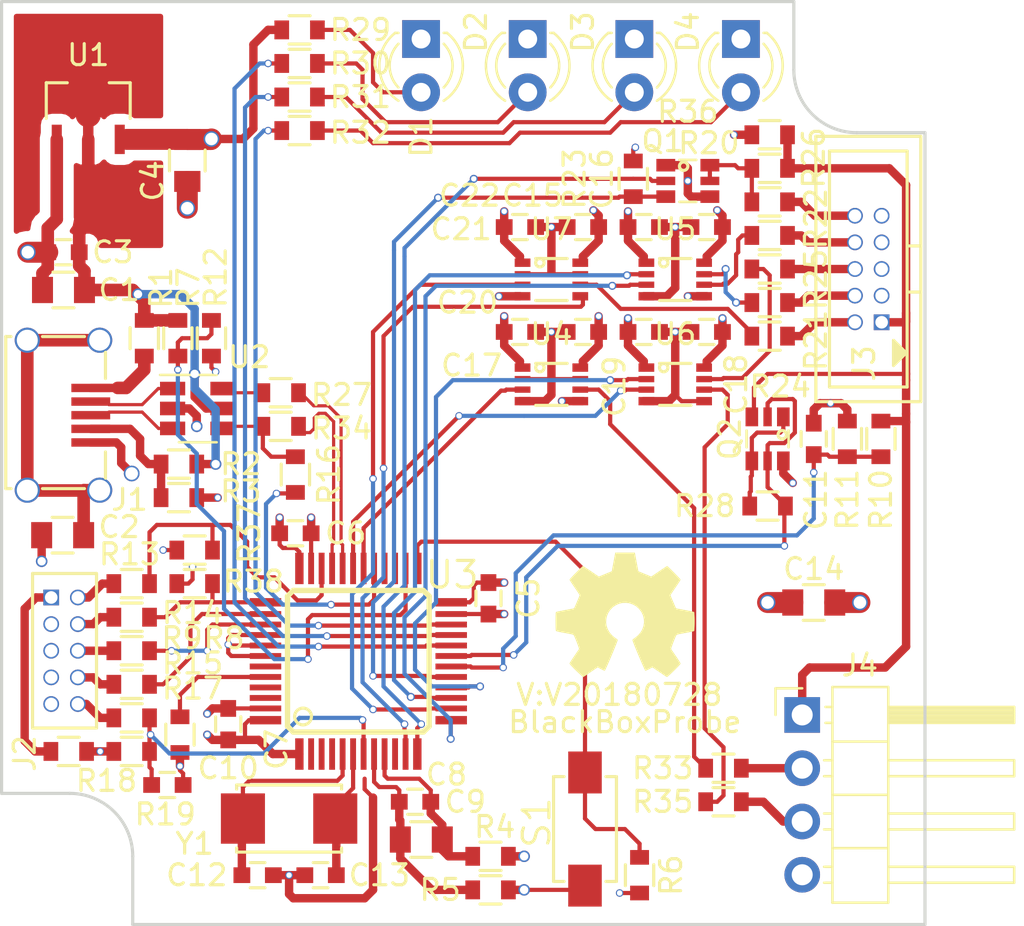
<source format=kicad_pcb>
(kicad_pcb (version 20171130) (host pcbnew 5.0.0-fee4fd1~66~ubuntu18.04.1)
  (layers (0 F.Cu signal) (1 In1.Cu signal) (2 In2.Cu signal) (31 B.Cu signal) (34 B.Paste user) (35 F.Paste user) (36 B.SilkS user) (37 F.SilkS user) (38 B.Mask user) (39 F.Mask user) (44 Edge.Cuts user))
  (net 0 "")
  (net 1 +5V)
  (net 2 GND)
  (net 3 "Net-(C2-Pad2)")
  (net 4 +3V3)
  (net 5 VDDA)
  (net 6 GNDA)
  (net 7 /TARGET_PWR_SENSE)
  (net 8 "Net-(C12-Pad1)")
  (net 9 "Net-(C13-Pad1)")
  (net 10 /PROBE_VDD)
  (net 11 "Net-(D1-Pad2)")
  (net 12 "Net-(D2-Pad2)")
  (net 13 "Net-(D3-Pad2)")
  (net 14 "Net-(D4-Pad2)")
  (net 15 "Net-(J1-Pad4)")
  (net 16 "Net-(J1-Pad1)")
  (net 17 "Net-(J2-Pad1)")
  (net 18 "Net-(J2-Pad2)")
  (net 19 "Net-(J2-Pad4)")
  (net 20 "Net-(J2-Pad6)")
  (net 21 "Net-(J2-Pad8)")
  (net 22 "Net-(J2-Pad10)")
  (net 23 "Net-(J3-Pad2)")
  (net 24 "Net-(J3-Pad4)")
  (net 25 "Net-(J3-Pad6)")
  (net 26 "Net-(J3-Pad8)")
  (net 27 "Net-(J3-Pad10)")
  (net 28 "Net-(J4-Pad2)")
  (net 29 "Net-(J4-Pad3)")
  (net 30 /PROBE_I_RST)
  (net 31 /PROBE_I_RST_SEN)
  (net 32 /PROBE_E_RST)
  (net 33 "Net-(Q2-Pad1)")
  (net 34 /TARGET_PWR_EN)
  (net 35 /BUTTON)
  (net 36 /USB_V)
  (net 37 /MCU_TCK)
  (net 38 /MCU_TDI)
  (net 39 /MCU_TMS)
  (net 40 /MCU_TDO)
  (net 41 /MCU_RST)
  (net 42 /USB_PU)
  (net 43 /USB_D+)
  (net 44 "Net-(R17-Pad2)")
  (net 45 /PROBE_E_TCK)
  (net 46 /PROBE_E_TDI)
  (net 47 /PROBE_E_TMS)
  (net 48 /PROBE_E_TDO)
  (net 49 /LED0)
  (net 50 /LED1)
  (net 51 /LED2)
  (net 52 /PROBE_E_TX)
  (net 53 /PROBE_E_RX)
  (net 54 /USB_D-)
  (net 55 /PROBE_TMS_DIR)
  (net 56 /PROBE_I_TMS)
  (net 57 /PROBE_I_TCK)
  (net 58 /PROBE_I_TDO)
  (net 59 /PROBE_I_RX)
  (net 60 /PROBE_I_TX)
  (net 61 /PROBE_I_TDI)
  (net 62 /USB_D_C+)
  (net 63 /USB_D_C-)
  (net 64 "Net-(R16-Pad2)")
  (net 65 "Net-(R27-Pad2)")
  (net 66 /PROBE_E_VDD)
  (module SquantorRcl:C_0603 (layer F.Cu) (at 37.5 179.7 270)
    (fp_text reference C5 (at 0 -1.9 270) (layer F.SilkS))
    (fp_text value 100n)
    (pad 1 smd rect (at -0.75 0 270) (size 0.8 0.75) (layers F.Cu F.Paste F.Mask) (net 4 +3V3))
    (pad 2 smd rect (at 0.75 0 270) (size 0.8 0.75) (layers F.Cu F.Paste F.Mask) (net 2 GND))
  )
  (module SquantorCrystal:X_5.0_3.2 (layer F.Cu) (at 28 190.2)
    (fp_text reference Y1 (at -4.5 1.2) (layer F.SilkS))
    (fp_text value 8.000MHz)
    (pad 1 smd rect (at -2.2 0) (size 2.1 2.4) (layers F.Cu F.Paste F.Mask) (net 8 "Net-(C12-Pad1)"))
    (pad 2 smd rect (at 2.2 0) (size 2.1 2.4) (layers F.Cu F.Paste F.Mask) (net 9 "Net-(C13-Pad1)"))
  )
  (module SquantorRcl:R_0603_hand (layer F.Cu) (at 28.5 154.2 180)
    (fp_text reference R30 (at -2.9 0 180) (layer F.SilkS))
    (fp_text value 330)
    (pad 1 smd rect (at -0.85 0 180) (size 0.7 0.9) (layers F.Cu F.Paste F.Mask) (net 12 "Net-(D2-Pad2)"))
    (pad 2 smd rect (at 0.85 0 180) (size 0.7 0.9) (layers F.Cu F.Paste F.Mask) (net 49 /LED0))
  )
  (module SquantorIC:SOT313-2 (layer F.Cu) (at 31.3 182.7)
    (fp_text reference U3 (at 3.1 -3.375) (layer F.SilkS) (effects (font (size 1.27 1.27)) (justify left bottom)))
    (fp_text value STM32F103CBT hide)
    (pad 1 smd rect (at -2.81 4.425) (size 0.4 1.5) (layers F.Cu F.Paste F.Mask) (net 4 +3V3))
    (pad 2 smd rect (at -2.25 4.425) (size 0.28 1.5) (layers F.Cu F.Paste F.Mask))
    (pad 3 smd rect (at -1.75 4.425) (size 0.28 1.5) (layers F.Cu F.Paste F.Mask))
    (pad 4 smd rect (at -1.25 4.425) (size 0.28 1.5) (layers F.Cu F.Paste F.Mask))
    (pad 5 smd rect (at -0.75 4.425) (size 0.28 1.5) (layers F.Cu F.Paste F.Mask) (net 8 "Net-(C12-Pad1)"))
    (pad 6 smd rect (at -0.25 4.425) (size 0.28 1.5) (layers F.Cu F.Paste F.Mask) (net 9 "Net-(C13-Pad1)"))
    (pad 7 smd rect (at 0.25 4.425) (size 0.28 1.5) (layers F.Cu F.Paste F.Mask) (net 41 /MCU_RST))
    (pad 8 smd rect (at 0.75 4.425) (size 0.28 1.5) (layers F.Cu F.Paste F.Mask) (net 6 GNDA))
    (pad 9 smd rect (at 1.25 4.425) (size 0.28 1.5) (layers F.Cu F.Paste F.Mask) (net 5 VDDA))
    (pad 10 smd rect (at 1.75 4.425) (size 0.28 1.5) (layers F.Cu F.Paste F.Mask))
    (pad 11 smd rect (at 2.25 4.425) (size 0.28 1.5) (layers F.Cu F.Paste F.Mask) (net 55 /PROBE_TMS_DIR))
    (pad 12 smd rect (at 2.81 4.425) (size 0.4 1.5) (layers F.Cu F.Paste F.Mask) (net 30 /PROBE_I_RST))
    (pad 13 smd rect (at 4.425 2.81) (size 1.5 0.4) (layers F.Cu F.Paste F.Mask) (net 61 /PROBE_I_TDI))
    (pad 14 smd rect (at 4.425 2.25) (size 1.5 0.28) (layers F.Cu F.Paste F.Mask) (net 56 /PROBE_I_TMS))
    (pad 15 smd rect (at 4.425 1.75) (size 1.5 0.28) (layers F.Cu F.Paste F.Mask) (net 57 /PROBE_I_TCK))
    (pad 16 smd rect (at 4.425 1.25) (size 1.5 0.28) (layers F.Cu F.Paste F.Mask) (net 58 /PROBE_I_TDO))
    (pad 17 smd rect (at 4.425 0.75) (size 1.5 0.28) (layers F.Cu F.Paste F.Mask) (net 31 /PROBE_I_RST_SEN))
    (pad 18 smd rect (at 4.425 0.25) (size 1.5 0.28) (layers F.Cu F.Paste F.Mask) (net 7 /TARGET_PWR_SENSE))
    (pad 19 smd rect (at 4.425 -0.25) (size 1.5 0.28) (layers F.Cu F.Paste F.Mask) (net 34 /TARGET_PWR_EN))
    (pad 20 smd rect (at 4.425 -0.75) (size 1.5 0.28) (layers F.Cu F.Paste F.Mask) (net 49 /LED0))
    (pad 21 smd rect (at 4.425 -1.25) (size 1.5 0.28) (layers F.Cu F.Paste F.Mask) (net 50 /LED1))
    (pad 22 smd rect (at 4.425 -1.75) (size 1.5 0.28) (layers F.Cu F.Paste F.Mask) (net 51 /LED2))
    (pad 23 smd rect (at 4.425 -2.25) (size 1.5 0.28) (layers F.Cu F.Paste F.Mask) (net 2 GND))
    (pad 24 smd rect (at 4.425 -2.81) (size 1.5 0.4) (layers F.Cu F.Paste F.Mask) (net 4 +3V3))
    (pad 25 smd rect (at 2.81 -4.425) (size 0.4 1.5) (layers F.Cu F.Paste F.Mask) (net 35 /BUTTON))
    (pad 26 smd rect (at 2.25 -4.425) (size 0.28 1.5) (layers F.Cu F.Paste F.Mask) (net 36 /USB_V))
    (pad 27 smd rect (at 1.75 -4.425) (size 0.28 1.5) (layers F.Cu F.Paste F.Mask))
    (pad 28 smd rect (at 1.25 -4.425) (size 0.28 1.5) (layers F.Cu F.Paste F.Mask))
    (pad 29 smd rect (at 0.75 -4.425) (size 0.28 1.5) (layers F.Cu F.Paste F.Mask) (net 42 /USB_PU))
    (pad 30 smd rect (at 0.25 -4.425) (size 0.28 1.5) (layers F.Cu F.Paste F.Mask) (net 60 /PROBE_I_TX))
    (pad 31 smd rect (at -0.25 -4.425) (size 0.28 1.5) (layers F.Cu F.Paste F.Mask) (net 59 /PROBE_I_RX))
    (pad 32 smd rect (at -0.75 -4.425) (size 0.28 1.5) (layers F.Cu F.Paste F.Mask) (net 54 /USB_D-))
    (pad 33 smd rect (at -1.25 -4.425) (size 0.28 1.5) (layers F.Cu F.Paste F.Mask) (net 43 /USB_D+))
    (pad 34 smd rect (at -1.75 -4.425) (size 0.28 1.5) (layers F.Cu F.Paste F.Mask) (net 39 /MCU_TMS))
    (pad 35 smd rect (at -2.25 -4.425) (size 0.28 1.5) (layers F.Cu F.Paste F.Mask) (net 2 GND))
    (pad 36 smd rect (at -2.81 -4.425) (size 0.4 1.5) (layers F.Cu F.Paste F.Mask) (net 4 +3V3))
    (pad 37 smd rect (at -4.425 -2.81) (size 1.5 0.4) (layers F.Cu F.Paste F.Mask) (net 37 /MCU_TCK))
    (pad 38 smd rect (at -4.425 -2.25) (size 1.5 0.28) (layers F.Cu F.Paste F.Mask) (net 38 /MCU_TDI))
    (pad 39 smd rect (at -4.425 -1.75) (size 1.5 0.28) (layers F.Cu F.Paste F.Mask) (net 40 /MCU_TDO))
    (pad 40 smd rect (at -4.425 -1.25) (size 1.5 0.28) (layers F.Cu F.Paste F.Mask) (net 4 +3V3))
    (pad 41 smd rect (at -4.425 -0.75) (size 1.5 0.28) (layers F.Cu F.Paste F.Mask) (net 4 +3V3))
    (pad 42 smd rect (at -4.425 -0.25) (size 1.5 0.28) (layers F.Cu F.Paste F.Mask) (net 4 +3V3))
    (pad 43 smd rect (at -4.425 0.25) (size 1.5 0.28) (layers F.Cu F.Paste F.Mask))
    (pad 44 smd rect (at -4.425 0.75) (size 1.5 0.28) (layers F.Cu F.Paste F.Mask) (net 44 "Net-(R17-Pad2)"))
    (pad 45 smd rect (at -4.425 1.25) (size 1.5 0.28) (layers F.Cu F.Paste F.Mask))
    (pad 46 smd rect (at -4.425 1.75) (size 1.5 0.28) (layers F.Cu F.Paste F.Mask))
    (pad 47 smd rect (at -4.425 2.25) (size 1.5 0.28) (layers F.Cu F.Paste F.Mask) (net 2 GND))
    (pad 48 smd rect (at -4.425 2.81) (size 1.5 0.4) (layers F.Cu F.Paste F.Mask) (net 4 +3V3))
  )
  (module Symbols:OSHW-Symbol_6.7x6mm_SilkScreen (layer F.Cu) (at 44 180.5)
    (fp_text reference N1 hide)
    (fp_text value OHWLOGO hide)
  )
  (module SquantorPcbOutline:MountingHole_2.5mm_no_metal (layer F.Cu) (at 23.8 154)
    (fp_text reference H1 hide)
    (fp_text value Drill_Hole_no_metal hide)
    (pad "" np_thru_hole circle (at 0 0) (size 2.5 2.5) (drill 2.5) (layers *.Cu *.Mask))
  )
  (module SquantorPcbOutline:MountingHole_2.5mm_no_metal (layer F.Cu) (at 48.8 192.5)
    (fp_text reference H2 hide)
    (fp_text value Drill_Hole_no_metal hide)
    (pad "" np_thru_hole circle (at 0 0) (size 2.5 2.5) (drill 2.5) (layers *.Cu *.Mask))
  )
  (module SquantorRcl:C_0805 (layer F.Cu) (at 17.25 165 180)
    (fp_text reference C1 (at -2.65 0 180) (layer F.SilkS))
    (fp_text value 2.2u)
    (pad 1 smd rect (at -1 0 180) (size 1 1.25) (layers F.Cu F.Paste F.Mask) (net 1 +5V))
    (pad 2 smd rect (at 1 0 180) (size 1 1.25) (layers F.Cu F.Paste F.Mask) (net 2 GND))
  )
  (module SquantorRcl:C_0805 (layer F.Cu) (at 17.21 176.69)
    (fp_text reference C2 (at 2.69 -0.39) (layer F.SilkS))
    (fp_text value 100N)
    (pad 1 smd rect (at -1 0) (size 1 1.25) (layers F.Cu F.Paste F.Mask) (net 2 GND))
    (pad 2 smd rect (at 1 0) (size 1 1.25) (layers F.Cu F.Paste F.Mask) (net 3 "Net-(C2-Pad2)"))
  )
  (module SquantorRcl:C_0603 (layer F.Cu) (at 17.25 163.2 180)
    (fp_text reference C3 (at -2.35 0 180) (layer F.SilkS))
    (fp_text value 100n)
    (pad 1 smd rect (at -0.75 0 180) (size 0.8 0.75) (layers F.Cu F.Paste F.Mask) (net 1 +5V))
    (pad 2 smd rect (at 0.75 0 180) (size 0.8 0.75) (layers F.Cu F.Paste F.Mask) (net 2 GND))
  )
  (module SquantorRcl:C_0805 (layer F.Cu) (at 23.15 158.825 270)
    (fp_text reference C4 (at 0.975 1.65 270) (layer F.SilkS))
    (fp_text value 10u)
    (pad 1 smd rect (at -1 0 270) (size 1 1.25) (layers F.Cu F.Paste F.Mask) (net 4 +3V3))
    (pad 2 smd rect (at 1 0 270) (size 1 1.25) (layers F.Cu F.Paste F.Mask) (net 2 GND))
  )
  (module SquantorRcl:C_0603 (layer F.Cu) (at 28.3 176.6)
    (fp_text reference C6 (at 2.4 0) (layer F.SilkS))
    (fp_text value 100n)
    (pad 1 smd rect (at -0.75 0) (size 0.8 0.75) (layers F.Cu F.Paste F.Mask) (net 4 +3V3))
    (pad 2 smd rect (at 0.75 0) (size 0.8 0.75) (layers F.Cu F.Paste F.Mask) (net 2 GND))
  )
  (module SquantorRcl:C_0603 (layer F.Cu) (at 25.1 185.7 90)
    (fp_text reference C7 (at -1.2 2.3 90) (layer F.SilkS))
    (fp_text value 100n)
    (pad 1 smd rect (at -0.75 0 90) (size 0.8 0.75) (layers F.Cu F.Paste F.Mask) (net 4 +3V3))
    (pad 2 smd rect (at 0.75 0 90) (size 0.8 0.75) (layers F.Cu F.Paste F.Mask) (net 2 GND))
  )
  (module SquantorRcl:C_0603 (layer F.Cu) (at 34 189.4 180)
    (fp_text reference C8 (at -1.5 1.3 180) (layer F.SilkS))
    (fp_text value 100n)
    (pad 1 smd rect (at -0.75 0 180) (size 0.8 0.75) (layers F.Cu F.Paste F.Mask) (net 5 VDDA))
    (pad 2 smd rect (at 0.75 0 180) (size 0.8 0.75) (layers F.Cu F.Paste F.Mask) (net 6 GNDA))
  )
  (module SquantorRcl:C_0805 (layer F.Cu) (at 34.3 191.2 180)
    (fp_text reference C9 (at -2.1 1.8 180) (layer F.SilkS))
    (fp_text value 10u)
    (pad 1 smd rect (at -1 0 180) (size 1 1.25) (layers F.Cu F.Paste F.Mask) (net 5 VDDA))
    (pad 2 smd rect (at 1 0 180) (size 1 1.25) (layers F.Cu F.Paste F.Mask) (net 6 GNDA))
  )
  (module SquantorRcl:C_0603 (layer F.Cu) (at 53 172.1 270)
    (fp_text reference C11 (at 2.9 -0.1 270) (layer F.SilkS))
    (fp_text value 100n)
    (pad 1 smd rect (at -0.75 0 270) (size 0.8 0.75) (layers F.Cu F.Paste F.Mask) (net 2 GND))
    (pad 2 smd rect (at 0.75 0 270) (size 0.8 0.75) (layers F.Cu F.Paste F.Mask) (net 7 /TARGET_PWR_SENSE))
  )
  (module SquantorRcl:C_0603 (layer F.Cu) (at 26.5 192.9)
    (fp_text reference C12 (at -2.9 0) (layer F.SilkS))
    (fp_text value 10p)
    (pad 1 smd rect (at -0.75 0) (size 0.8 0.75) (layers F.Cu F.Paste F.Mask) (net 8 "Net-(C12-Pad1)"))
    (pad 2 smd rect (at 0.75 0) (size 0.8 0.75) (layers F.Cu F.Paste F.Mask) (net 2 GND))
  )
  (module SquantorRcl:C_0603 (layer F.Cu) (at 29.5 192.9 180)
    (fp_text reference C13 (at -2.8 0 180) (layer F.SilkS))
    (fp_text value 10p)
    (pad 1 smd rect (at -0.75 0 180) (size 0.8 0.75) (layers F.Cu F.Paste F.Mask) (net 9 "Net-(C13-Pad1)"))
    (pad 2 smd rect (at 0.75 0 180) (size 0.8 0.75) (layers F.Cu F.Paste F.Mask) (net 2 GND))
  )
  (module SquantorRcl:C_0805 (layer F.Cu) (at 53 179.9 180)
    (fp_text reference C14 (at 0 1.6 180) (layer F.SilkS))
    (fp_text value 10u)
    (pad 1 smd rect (at -1 0 180) (size 1 1.25) (layers F.Cu F.Paste F.Mask) (net 4 +3V3))
    (pad 2 smd rect (at 1 0 180) (size 1 1.25) (layers F.Cu F.Paste F.Mask) (net 2 GND))
  )
  (module SquantorRcl:C_0603 (layer F.Cu) (at 44.9 162)
    (fp_text reference C15 (at -5.3 -1.5) (layer F.SilkS))
    (fp_text value 100n)
    (pad 1 smd rect (at -0.75 0) (size 0.8 0.75) (layers F.Cu F.Paste F.Mask) (net 4 +3V3))
    (pad 2 smd rect (at 0.75 0) (size 0.8 0.75) (layers F.Cu F.Paste F.Mask) (net 2 GND))
  )
  (module SquantorRcl:C_0603 (layer F.Cu) (at 47.9 162 180)
    (fp_text reference C16 (at 5 2.3 90) (layer F.SilkS))
    (fp_text value 100n)
    (pad 1 smd rect (at -0.75 0 180) (size 0.8 0.75) (layers F.Cu F.Paste F.Mask) (net 66 /PROBE_E_VDD))
    (pad 2 smd rect (at 0.75 0 180) (size 0.8 0.75) (layers F.Cu F.Paste F.Mask) (net 2 GND))
  )
  (module SquantorRcl:C_0603 (layer F.Cu) (at 39 167)
    (fp_text reference C17 (at -2.3 1.6) (layer F.SilkS))
    (fp_text value 100n)
    (pad 1 smd rect (at -0.75 0) (size 0.8 0.75) (layers F.Cu F.Paste F.Mask) (net 4 +3V3))
    (pad 2 smd rect (at 0.75 0) (size 0.8 0.75) (layers F.Cu F.Paste F.Mask) (net 2 GND))
  )
  (module SquantorRcl:C_0603 (layer F.Cu) (at 47.9 167 180)
    (fp_text reference C18 (at -1.4 -2.5 270) (layer F.SilkS))
    (fp_text value 100n)
    (pad 1 smd rect (at -0.75 0 180) (size 0.8 0.75) (layers F.Cu F.Paste F.Mask) (net 66 /PROBE_E_VDD))
    (pad 2 smd rect (at 0.75 0 180) (size 0.8 0.75) (layers F.Cu F.Paste F.Mask) (net 2 GND))
  )
  (module SquantorRcl:C_0603 (layer F.Cu) (at 44.9 167)
    (fp_text reference C19 (at -1.4 2.6 90) (layer F.SilkS))
    (fp_text value 100n)
    (pad 1 smd rect (at -0.75 0) (size 0.8 0.75) (layers F.Cu F.Paste F.Mask) (net 4 +3V3))
    (pad 2 smd rect (at 0.75 0) (size 0.8 0.75) (layers F.Cu F.Paste F.Mask) (net 2 GND))
  )
  (module SquantorRcl:C_0603 (layer F.Cu) (at 42 167 180)
    (fp_text reference C20 (at 5.5 1.4 180) (layer F.SilkS))
    (fp_text value 100n)
    (pad 1 smd rect (at -0.75 0 180) (size 0.8 0.75) (layers F.Cu F.Paste F.Mask) (net 66 /PROBE_E_VDD))
    (pad 2 smd rect (at 0.75 0 180) (size 0.8 0.75) (layers F.Cu F.Paste F.Mask) (net 2 GND))
  )
  (module SquantorRcl:C_0603 (layer F.Cu) (at 39 162)
    (fp_text reference C21 (at -2.8 0.1) (layer F.SilkS))
    (fp_text value 100n)
    (pad 1 smd rect (at -0.75 0) (size 0.8 0.75) (layers F.Cu F.Paste F.Mask) (net 4 +3V3))
    (pad 2 smd rect (at 0.75 0) (size 0.8 0.75) (layers F.Cu F.Paste F.Mask) (net 2 GND))
  )
  (module SquantorRcl:C_0603 (layer F.Cu) (at 42 162 180)
    (fp_text reference C22 (at 5.4 1.5 180) (layer F.SilkS))
    (fp_text value 100n)
    (pad 1 smd rect (at -0.75 0 180) (size 0.8 0.75) (layers F.Cu F.Paste F.Mask) (net 66 /PROBE_E_VDD))
    (pad 2 smd rect (at 0.75 0 180) (size 0.8 0.75) (layers F.Cu F.Paste F.Mask) (net 2 GND))
  )
  (module SquantorUsb:SquantorUsb-USB-UB-SMD4H (layer F.Cu) (at 17.25 170.97 270)
    (fp_text reference J1 (at 4.03 -3.15) (layer F.SilkS))
    (fp_text value USB-ID hide)
    (pad S thru_hole circle (at -3.575 -1.725 270) (size 1.2 1.2) (drill 1) (layers *.Cu *.Mask) (net 3 "Net-(C2-Pad2)"))
    (pad S thru_hole circle (at 3.575 -1.725 270) (size 1.2 1.2) (drill 1) (layers *.Cu *.Mask) (net 3 "Net-(C2-Pad2)"))
    (pad S thru_hole circle (at -3.575 1.725 270) (size 1.2 1.2) (drill 1) (layers *.Cu *.Mask) (net 3 "Net-(C2-Pad2)"))
    (pad "" np_thru_hole circle (at -2 -0.575 270) (size 0.8 0.8) (drill 0.8) (layers *.Cu))
    (pad 5 smd rect (at 1.3 -1.3 270) (size 0.4 1.85) (layers F.Cu F.Paste F.Mask) (net 2 GND))
    (pad 4 smd rect (at 0.65 -1.3 270) (size 0.4 1.85) (layers F.Cu F.Paste F.Mask) (net 15 "Net-(J1-Pad4)"))
    (pad 3 smd rect (at 0 -1.3 270) (size 0.4 1.85) (layers F.Cu F.Paste F.Mask) (net 62 /USB_D_C+))
    (pad 2 smd rect (at -0.65 -1.3 270) (size 0.4 1.85) (layers F.Cu F.Paste F.Mask) (net 63 /USB_D_C-))
    (pad 1 smd rect (at -1.3 -1.3 270) (size 0.4 1.85) (layers F.Cu F.Paste F.Mask) (net 16 "Net-(J1-Pad1)"))
    (pad "" np_thru_hole circle (at 2 -0.575 270) (size 0.8 0.8) (drill 0.8) (layers *.Cu))
    (pad S thru_hole circle (at 3.575 1.725 270) (size 1.2 1.2) (drill 1) (layers *.Cu *.Mask) (net 3 "Net-(C2-Pad2)"))
  )
  (module Pin_Headers:Pin_Header_Angled_1x04_Pitch2.54mm (layer F.Cu) (at 52.45 185.26)
    (fp_text reference J4 (at 2.75 -2.36) (layer F.SilkS))
    (fp_text value Conn_01x04)
    (pad 1 thru_hole rect (at 0 0) (size 1.7 1.7) (drill 1) (layers *.Cu *.Mask) (net 10 /PROBE_VDD))
    (pad 2 thru_hole oval (at 0 2.54) (size 1.7 1.7) (drill 1) (layers *.Cu *.Mask) (net 28 "Net-(J4-Pad2)"))
    (pad 3 thru_hole oval (at 0 5.08) (size 1.7 1.7) (drill 1) (layers *.Cu *.Mask) (net 29 "Net-(J4-Pad3)"))
    (pad 4 thru_hole oval (at 0 7.62) (size 1.7 1.7) (drill 1) (layers *.Cu *.Mask) (net 2 GND))
  )
  (module SquantorRcl:R_0603_hand (layer F.Cu) (at 21.1 167.3 90)
    (fp_text reference R1 (at 2.4 0.8 90) (layer F.SilkS))
    (fp_text value FB)
    (pad 1 smd rect (at -0.85 0 90) (size 0.7 0.9) (layers F.Cu F.Paste F.Mask) (net 16 "Net-(J1-Pad1)"))
    (pad 2 smd rect (at 0.85 0 90) (size 0.7 0.9) (layers F.Cu F.Paste F.Mask) (net 1 +5V))
  )
  (module SquantorRcl:R_0603_hand (layer F.Cu) (at 22.75 173.3 180)
    (fp_text reference R2 (at -2.95 0 180) (layer F.SilkS))
    (fp_text value R)
    (pad 1 smd rect (at -0.85 0 180) (size 0.7 0.9) (layers F.Cu F.Paste F.Mask) (net 1 +5V))
    (pad 2 smd rect (at 0.85 0 180) (size 0.7 0.9) (layers F.Cu F.Paste F.Mask) (net 15 "Net-(J1-Pad4)"))
  )
  (module SquantorRcl:R_0603_hand (layer F.Cu) (at 22.75 174.9)
    (fp_text reference R3 (at 2.95 -0.3) (layer F.SilkS))
    (fp_text value R)
    (pad 1 smd rect (at -0.85 0) (size 0.7 0.9) (layers F.Cu F.Paste F.Mask) (net 15 "Net-(J1-Pad4)"))
    (pad 2 smd rect (at 0.85 0) (size 0.7 0.9) (layers F.Cu F.Paste F.Mask) (net 2 GND))
  )
  (module SquantorRcl:R_0603_hand (layer F.Cu) (at 37.6 192)
    (fp_text reference R4 (at 0.2 -1.4) (layer F.SilkS))
    (fp_text value R hide)
    (pad 1 smd rect (at -0.85 0) (size 0.7 0.9) (layers F.Cu F.Paste F.Mask) (net 5 VDDA))
    (pad 2 smd rect (at 0.85 0) (size 0.7 0.9) (layers F.Cu F.Paste F.Mask) (net 4 +3V3))
  )
  (module SquantorRcl:R_0603_hand (layer F.Cu) (at 37.6 193.6)
    (fp_text reference R5 (at -2.4 0 180) (layer F.SilkS))
    (fp_text value R hide)
    (pad 1 smd rect (at -0.85 0) (size 0.7 0.9) (layers F.Cu F.Paste F.Mask) (net 6 GNDA))
    (pad 2 smd rect (at 0.85 0) (size 0.7 0.9) (layers F.Cu F.Paste F.Mask) (net 2 GND))
  )
  (module SquantorRcl:R_0603_hand (layer F.Cu) (at 44.7 192.9 90)
    (fp_text reference R6 (at 0 1.5 90) (layer F.SilkS))
    (fp_text value 10K)
    (pad 1 smd rect (at -0.85 0 90) (size 0.7 0.9) (layers F.Cu F.Paste F.Mask) (net 4 +3V3))
    (pad 2 smd rect (at 0.85 0 90) (size 0.7 0.9) (layers F.Cu F.Paste F.Mask) (net 35 /BUTTON))
  )
  (module SquantorRcl:R_0603_hand (layer F.Cu) (at 22.7 167.3 270)
    (fp_text reference R7 (at -2.4 -0.5 270) (layer F.SilkS))
    (fp_text value 4.7K)
    (pad 1 smd rect (at -0.85 0 270) (size 0.7 0.9) (layers F.Cu F.Paste F.Mask) (net 1 +5V))
    (pad 2 smd rect (at 0.85 0 270) (size 0.7 0.9) (layers F.Cu F.Paste F.Mask) (net 36 /USB_V))
  )
  (module SquantorRcl:R_0603_hand (layer F.Cu) (at 20.5 180.6)
    (fp_text reference R8 (at 4.4 1) (layer F.SilkS))
    (fp_text value 100)
    (pad 1 smd rect (at -0.85 0) (size 0.7 0.9) (layers F.Cu F.Paste F.Mask) (net 19 "Net-(J2-Pad4)"))
    (pad 2 smd rect (at 0.85 0) (size 0.7 0.9) (layers F.Cu F.Paste F.Mask) (net 37 /MCU_TCK))
  )
  (module SquantorRcl:R_0603_hand (layer F.Cu) (at 20.5 183.8)
    (fp_text reference R9 (at 2.4 -2.2) (layer F.SilkS))
    (fp_text value 100)
    (pad 1 smd rect (at -0.85 0) (size 0.7 0.9) (layers F.Cu F.Paste F.Mask) (net 21 "Net-(J2-Pad8)"))
    (pad 2 smd rect (at 0.85 0) (size 0.7 0.9) (layers F.Cu F.Paste F.Mask) (net 38 /MCU_TDI))
  )
  (module SquantorRcl:R_0603_hand (layer F.Cu) (at 56.2 172.1 270)
    (fp_text reference R10 (at 2.9 0 270) (layer F.SilkS))
    (fp_text value 4.7K)
    (pad 1 smd rect (at -0.85 0 270) (size 0.7 0.9) (layers F.Cu F.Paste F.Mask) (net 10 /PROBE_VDD))
    (pad 2 smd rect (at 0.85 0 270) (size 0.7 0.9) (layers F.Cu F.Paste F.Mask) (net 7 /TARGET_PWR_SENSE))
  )
  (module SquantorRcl:R_0603_hand (layer F.Cu) (at 54.6 172.1 90)
    (fp_text reference R11 (at -2.9 0 270) (layer F.SilkS))
    (fp_text value 10K)
    (pad 1 smd rect (at -0.85 0 90) (size 0.7 0.9) (layers F.Cu F.Paste F.Mask) (net 7 /TARGET_PWR_SENSE))
    (pad 2 smd rect (at 0.85 0 90) (size 0.7 0.9) (layers F.Cu F.Paste F.Mask) (net 2 GND))
  )
  (module SquantorRcl:R_0603_hand (layer F.Cu) (at 24.3 167.3 270)
    (fp_text reference R12 (at -2.9 -0.2 270) (layer F.SilkS))
    (fp_text value 10K)
    (pad 1 smd rect (at -0.85 0 270) (size 0.7 0.9) (layers F.Cu F.Paste F.Mask) (net 36 /USB_V))
    (pad 2 smd rect (at 0.85 0 270) (size 0.7 0.9) (layers F.Cu F.Paste F.Mask) (net 2 GND))
  )
  (module SquantorRcl:R_0603_hand (layer F.Cu) (at 20.5 179)
    (fp_text reference R13 (at -0.1 -1.4) (layer F.SilkS))
    (fp_text value 100)
    (pad 1 smd rect (at -0.85 0) (size 0.7 0.9) (layers F.Cu F.Paste F.Mask) (net 18 "Net-(J2-Pad2)"))
    (pad 2 smd rect (at 0.85 0) (size 0.7 0.9) (layers F.Cu F.Paste F.Mask) (net 39 /MCU_TMS))
  )
  (module SquantorRcl:R_0603_hand (layer F.Cu) (at 20.5 182.2)
    (fp_text reference R14 (at 2.9 -1.8) (layer F.SilkS))
    (fp_text value 100)
    (pad 1 smd rect (at -0.85 0) (size 0.7 0.9) (layers F.Cu F.Paste F.Mask) (net 20 "Net-(J2-Pad6)"))
    (pad 2 smd rect (at 0.85 0) (size 0.7 0.9) (layers F.Cu F.Paste F.Mask) (net 40 /MCU_TDO))
  )
  (module SquantorRcl:R_0603_hand (layer F.Cu) (at 20.5 185.4)
    (fp_text reference R15 (at 2.9 -2.6) (layer F.SilkS))
    (fp_text value 100)
    (pad 1 smd rect (at -0.85 0) (size 0.7 0.9) (layers F.Cu F.Paste F.Mask) (net 22 "Net-(J2-Pad10)"))
    (pad 2 smd rect (at 0.85 0) (size 0.7 0.9) (layers F.Cu F.Paste F.Mask) (net 41 /MCU_RST))
  )
  (module SquantorRcl:R_0603_hand (layer F.Cu) (at 28.3 173.8 90)
    (fp_text reference R16 (at 0 1.6 90) (layer F.SilkS))
    (fp_text value 1.5K)
    (pad 1 smd rect (at -0.85 0 90) (size 0.7 0.9) (layers F.Cu F.Paste F.Mask) (net 42 /USB_PU))
    (pad 2 smd rect (at 0.85 0 90) (size 0.7 0.9) (layers F.Cu F.Paste F.Mask) (net 64 "Net-(R16-Pad2)"))
  )
  (module SquantorRcl:R_0603_hand (layer F.Cu) (at 22.8 186.2 90)
    (fp_text reference R17 (at 2.2 0.6) (layer F.SilkS))
    (fp_text value 1K)
    (pad 1 smd rect (at -0.85 0 90) (size 0.7 0.9) (layers F.Cu F.Paste F.Mask) (net 2 GND))
    (pad 2 smd rect (at 0.85 0 90) (size 0.7 0.9) (layers F.Cu F.Paste F.Mask) (net 44 "Net-(R17-Pad2)"))
  )
  (module SquantorRcl:R_0603_hand (layer F.Cu) (at 20.5 187)
    (fp_text reference R18 (at -1.2 1.4) (layer F.SilkS))
    (fp_text value 47K)
    (pad 1 smd rect (at -0.85 0) (size 0.7 0.9) (layers F.Cu F.Paste F.Mask) (net 4 +3V3))
    (pad 2 smd rect (at 0.85 0) (size 0.7 0.9) (layers F.Cu F.Paste F.Mask) (net 41 /MCU_RST))
  )
  (module SquantorRcl:R_0603_hand (layer F.Cu) (at 17.5 187 180)
    (fp_text reference R19 (at -4.6 -3 180) (layer F.SilkS))
    (fp_text value 10)
    (pad 1 smd rect (at -0.85 0 180) (size 0.7 0.9) (layers F.Cu F.Paste F.Mask) (net 4 +3V3))
    (pad 2 smd rect (at 0.85 0 180) (size 0.7 0.9) (layers F.Cu F.Paste F.Mask) (net 17 "Net-(J2-Pad1)"))
  )
  (module SquantorRcl:R_0603_hand (layer F.Cu) (at 50.9 159.2 180)
    (fp_text reference R20 (at 2.9 1.2 180) (layer F.SilkS))
    (fp_text value 10K)
    (pad 1 smd rect (at -0.85 0 180) (size 0.7 0.9) (layers F.Cu F.Paste F.Mask) (net 10 /PROBE_VDD))
    (pad 2 smd rect (at 0.85 0 180) (size 0.7 0.9) (layers F.Cu F.Paste F.Mask) (net 32 /PROBE_E_RST))
  )
  (module SquantorRcl:R_0603_hand (layer F.Cu) (at 50.9 165.6 180)
    (fp_text reference R21 (at -2.2 -1.8 270) (layer F.SilkS))
    (fp_text value 100)
    (pad 1 smd rect (at -0.85 0 180) (size 0.7 0.9) (layers F.Cu F.Paste F.Mask) (net 24 "Net-(J3-Pad4)"))
    (pad 2 smd rect (at 0.85 0 180) (size 0.7 0.9) (layers F.Cu F.Paste F.Mask) (net 45 /PROBE_E_TCK))
  )
  (module SquantorRcl:R_0603_hand (layer F.Cu) (at 50.9 162.4 180)
    (fp_text reference R22 (at -2.2 0.8 270) (layer F.SilkS))
    (fp_text value 100)
    (pad 1 smd rect (at -0.85 0 180) (size 0.7 0.9) (layers F.Cu F.Paste F.Mask) (net 26 "Net-(J3-Pad8)"))
    (pad 2 smd rect (at 0.85 0 180) (size 0.7 0.9) (layers F.Cu F.Paste F.Mask) (net 46 /PROBE_E_TDI))
  )
  (module SquantorRcl:R_0603_hand (layer F.Cu) (at 44.4 159.7 270)
    (fp_text reference R23 (at 0 2.8 90) (layer F.SilkS))
    (fp_text value 10K)
    (pad 1 smd rect (at -0.85 0 270) (size 0.7 0.9) (layers F.Cu F.Paste F.Mask) (net 4 +3V3))
    (pad 2 smd rect (at 0.85 0 270) (size 0.7 0.9) (layers F.Cu F.Paste F.Mask) (net 31 /PROBE_I_RST_SEN))
  )
  (module SquantorRcl:R_0603_hand (layer F.Cu) (at 50.9 167.2 180)
    (fp_text reference R24 (at -0.5 -2.4 180) (layer F.SilkS))
    (fp_text value 100)
    (pad 1 smd rect (at -0.85 0 180) (size 0.7 0.9) (layers F.Cu F.Paste F.Mask) (net 23 "Net-(J3-Pad2)"))
    (pad 2 smd rect (at 0.85 0 180) (size 0.7 0.9) (layers F.Cu F.Paste F.Mask) (net 47 /PROBE_E_TMS))
  )
  (module SquantorRcl:R_0603_hand (layer F.Cu) (at 50.9 164 180)
    (fp_text reference R25 (at -2.2 -0.5 270) (layer F.SilkS))
    (fp_text value 100)
    (pad 1 smd rect (at -0.85 0 180) (size 0.7 0.9) (layers F.Cu F.Paste F.Mask) (net 25 "Net-(J3-Pad6)"))
    (pad 2 smd rect (at 0.85 0 180) (size 0.7 0.9) (layers F.Cu F.Paste F.Mask) (net 48 /PROBE_E_TDO))
  )
  (module SquantorRcl:R_0603_hand (layer F.Cu) (at 50.9 160.8 180)
    (fp_text reference R26 (at -2.1 2.1 270) (layer F.SilkS))
    (fp_text value 100)
    (pad 1 smd rect (at -0.85 0 180) (size 0.7 0.9) (layers F.Cu F.Paste F.Mask) (net 27 "Net-(J3-Pad10)"))
    (pad 2 smd rect (at 0.85 0 180) (size 0.7 0.9) (layers F.Cu F.Paste F.Mask) (net 32 /PROBE_E_RST))
  )
  (module SquantorRcl:R_0603_hand (layer F.Cu) (at 50.8 175.3)
    (fp_text reference R28 (at -3 0) (layer F.SilkS))
    (fp_text value 10K)
    (pad 1 smd rect (at -0.85 0) (size 0.7 0.9) (layers F.Cu F.Paste F.Mask) (net 33 "Net-(Q2-Pad1)"))
    (pad 2 smd rect (at 0.85 0) (size 0.7 0.9) (layers F.Cu F.Paste F.Mask) (net 34 /TARGET_PWR_EN))
  )
  (module SquantorRcl:R_0603_hand (layer F.Cu) (at 28.5 152.6 180)
    (fp_text reference R29 (at -2.9 0 180) (layer F.SilkS))
    (fp_text value 330)
    (pad 1 smd rect (at -0.85 0 180) (size 0.7 0.9) (layers F.Cu F.Paste F.Mask) (net 11 "Net-(D1-Pad2)"))
    (pad 2 smd rect (at 0.85 0 180) (size 0.7 0.9) (layers F.Cu F.Paste F.Mask) (net 4 +3V3))
  )
  (module SquantorRcl:R_0603_hand (layer F.Cu) (at 28.5 155.8 180)
    (fp_text reference R31 (at -2.9 0 180) (layer F.SilkS))
    (fp_text value 330)
    (pad 1 smd rect (at -0.85 0 180) (size 0.7 0.9) (layers F.Cu F.Paste F.Mask) (net 13 "Net-(D3-Pad2)"))
    (pad 2 smd rect (at 0.85 0 180) (size 0.7 0.9) (layers F.Cu F.Paste F.Mask) (net 50 /LED1))
  )
  (module SquantorRcl:R_0603_hand (layer F.Cu) (at 28.5 157.4 180)
    (fp_text reference R32 (at -2.9 -0.1 180) (layer F.SilkS))
    (fp_text value 330)
    (pad 1 smd rect (at -0.85 0 180) (size 0.7 0.9) (layers F.Cu F.Paste F.Mask) (net 14 "Net-(D4-Pad2)"))
    (pad 2 smd rect (at 0.85 0 180) (size 0.7 0.9) (layers F.Cu F.Paste F.Mask) (net 51 /LED2))
  )
  (module SquantorRcl:R_0603_hand (layer F.Cu) (at 48.7 187.8 180)
    (fp_text reference R33 (at 2.9 0 180) (layer F.SilkS))
    (fp_text value 100)
    (pad 1 smd rect (at -0.85 0 180) (size 0.7 0.9) (layers F.Cu F.Paste F.Mask) (net 28 "Net-(J4-Pad2)"))
    (pad 2 smd rect (at 0.85 0 180) (size 0.7 0.9) (layers F.Cu F.Paste F.Mask) (net 52 /PROBE_E_TX))
  )
  (module SquantorRcl:R_0603_hand (layer F.Cu) (at 48.7 189.4 180)
    (fp_text reference R35 (at 2.9 0 180) (layer F.SilkS))
    (fp_text value 100)
    (pad 1 smd rect (at -0.85 0 180) (size 0.7 0.9) (layers F.Cu F.Paste F.Mask) (net 29 "Net-(J4-Pad3)"))
    (pad 2 smd rect (at 0.85 0 180) (size 0.7 0.9) (layers F.Cu F.Paste F.Mask) (net 53 /PROBE_E_RX))
  )
  (module SquantorButtons:DTSM3 (layer F.Cu) (at 42.1 190.7 90)
    (fp_text reference S1 (at 0.3 -2.3 90) (layer F.SilkS) (effects (font (size 1.27 1.27))))
    (fp_text value 2pin_tact_switch hide)
    (pad 1 smd rect (at -2.69748 0 90) (size 1.99898 1.59766) (layers F.Cu F.Paste F.Mask) (net 2 GND))
    (pad 2 smd rect (at 2.69748 0 90) (size 1.99898 1.59766) (layers F.Cu F.Paste F.Mask) (net 35 /BUTTON))
  )
  (module "SquantorMicrochip:MB-(SOT-89)" (layer F.Cu) (at 18.43 157.82)
    (fp_text reference U1 (at 0 -4.02) (layer F.SilkS))
    (fp_text value MCP1702-MB)
    (pad 1 smd rect (at -1.5 0) (size 0.48 1.4) (layers F.Cu F.Paste F.Mask) (net 2 GND))
    (pad 2 smd rect (at 0 0) (size 0.48 1.4) (layers F.Cu F.Paste F.Mask) (net 1 +5V))
    (pad 3 smd rect (at 1.5 0) (size 0.48 1.4) (layers F.Cu F.Paste F.Mask) (net 4 +3V3))
    (pad TAB smd oval (at 0 -2) (size 1.2 2.85) (layers F.Cu F.Paste F.Mask) (net 1 +5V))
  )
  (module LEDs:LED_D3.0mm (layer F.Cu) (at 34.29 153.035 270)
    (fp_text reference D1 (at 4.665 -0.01 270) (layer F.SilkS))
    (fp_text value Green)
    (pad 1 thru_hole rect (at 0 0 270) (size 1.8 1.8) (drill 0.9) (layers *.Cu *.Mask) (net 2 GND))
    (pad 2 thru_hole circle (at 2.54 0 270) (size 1.8 1.8) (drill 0.9) (layers *.Cu *.Mask) (net 11 "Net-(D1-Pad2)"))
  )
  (module LEDs:LED_D3.0mm (layer F.Cu) (at 39.37 153.035 270)
    (fp_text reference D2 (at -0.335 2.47 270) (layer F.SilkS))
    (fp_text value Yellow)
    (pad 1 thru_hole rect (at 0 0 270) (size 1.8 1.8) (drill 0.9) (layers *.Cu *.Mask) (net 2 GND))
    (pad 2 thru_hole circle (at 2.54 0 270) (size 1.8 1.8) (drill 0.9) (layers *.Cu *.Mask) (net 12 "Net-(D2-Pad2)"))
  )
  (module LEDs:LED_D3.0mm (layer F.Cu) (at 44.45 153.035 270)
    (fp_text reference D3 (at -0.335 2.45 270) (layer F.SilkS))
    (fp_text value Orange)
    (pad 1 thru_hole rect (at 0 0 270) (size 1.8 1.8) (drill 0.9) (layers *.Cu *.Mask) (net 2 GND))
    (pad 2 thru_hole circle (at 2.54 0 270) (size 1.8 1.8) (drill 0.9) (layers *.Cu *.Mask) (net 13 "Net-(D3-Pad2)"))
  )
  (module LEDs:LED_D3.0mm (layer F.Cu) (at 49.53 153.035 270)
    (fp_text reference D4 (at -0.335 2.53 270) (layer F.SilkS))
    (fp_text value Red)
    (pad 1 thru_hole rect (at 0 0 270) (size 1.8 1.8) (drill 0.9) (layers *.Cu *.Mask) (net 2 GND))
    (pad 2 thru_hole circle (at 2.54 0 270) (size 1.8 1.8) (drill 0.9) (layers *.Cu *.Mask) (net 14 "Net-(D4-Pad2)"))
  )
  (module SquantorLabels:Label_version (layer F.Cu) (at 44 185.6)
    (fp_text reference N3 hide)
    (fp_text value BlackBoxProbe (at 0 0) (layer F.SilkS))
  )
  (module SquantorRcl:R_0603_hand (layer F.Cu) (at 27.6 169.9 180)
    (fp_text reference R27 (at -2.9 -0.1 180) (layer F.SilkS))
    (fp_text value 22)
    (pad 1 smd rect (at -0.85 0 180) (size 0.7 0.9) (layers F.Cu F.Paste F.Mask) (net 54 /USB_D-))
    (pad 2 smd rect (at 0.85 0 180) (size 0.7 0.9) (layers F.Cu F.Paste F.Mask) (net 65 "Net-(R27-Pad2)"))
  )
  (module SquantorRcl:R_0603_hand (layer F.Cu) (at 27.6 171.5 180)
    (fp_text reference R34 (at -2.9 -0.1 180) (layer F.SilkS))
    (fp_text value 22)
    (pad 1 smd rect (at -0.85 0 180) (size 0.7 0.9) (layers F.Cu F.Paste F.Mask) (net 43 /USB_D+))
    (pad 2 smd rect (at 0.85 0 180) (size 0.7 0.9) (layers F.Cu F.Paste F.Mask) (net 64 "Net-(R16-Pad2)"))
  )
  (module SquantorConnectors:Header-0127-2X05-H006 (layer F.Cu) (at 17.3 182.2 270)
    (fp_text reference J2 (at 4.9 1.9 270) (layer F.SilkS))
    (fp_text value JTAG_2X05)
    (pad 1 thru_hole rect (at -2.54 0.635 270) (size 0.75 0.75) (drill 0.6) (layers *.Cu *.Mask) (net 17 "Net-(J2-Pad1)"))
    (pad 2 thru_hole circle (at -2.54 -0.635 270) (size 0.75 0.75) (drill 0.6) (layers *.Cu *.Mask) (net 18 "Net-(J2-Pad2)"))
    (pad 3 thru_hole circle (at -1.27 0.635 270) (size 0.75 0.75) (drill 0.6) (layers *.Cu *.Mask) (net 2 GND))
    (pad 4 thru_hole circle (at -1.27 -0.635 270) (size 0.75 0.75) (drill 0.6) (layers *.Cu *.Mask) (net 19 "Net-(J2-Pad4)"))
    (pad 5 thru_hole circle (at 0 0.635 270) (size 0.75 0.75) (drill 0.6) (layers *.Cu *.Mask) (net 2 GND))
    (pad 6 thru_hole circle (at 0 -0.635 270) (size 0.75 0.75) (drill 0.6) (layers *.Cu *.Mask) (net 20 "Net-(J2-Pad6)"))
    (pad 7 thru_hole circle (at 1.27 0.635 270) (size 0.75 0.75) (drill 0.6) (layers *.Cu *.Mask))
    (pad 8 thru_hole circle (at 1.27 -0.635 270) (size 0.75 0.75) (drill 0.6) (layers *.Cu *.Mask) (net 21 "Net-(J2-Pad8)"))
    (pad 9 thru_hole circle (at 2.54 0.635 270) (size 0.75 0.75) (drill 0.6) (layers *.Cu *.Mask) (net 2 GND))
    (pad 10 thru_hole circle (at 2.54 -0.635 270) (size 0.75 0.75) (drill 0.6) (layers *.Cu *.Mask) (net 22 "Net-(J2-Pad10)"))
  )
  (module SquantorConnectors:Header-Shr-0127-2X05-H006 (layer F.Cu) (at 55.6 164 90)
    (fp_text reference J3 (at -4.5 -0.2 90) (layer F.SilkS))
    (fp_text value JTAG_2X05)
    (pad 1 thru_hole rect (at -2.54 0.635 90) (size 0.75 0.75) (drill 0.6) (layers *.Cu *.Mask) (net 10 /PROBE_VDD))
    (pad 2 thru_hole circle (at -2.54 -0.635 90) (size 0.75 0.75) (drill 0.6) (layers *.Cu *.Mask) (net 23 "Net-(J3-Pad2)"))
    (pad 3 thru_hole circle (at -1.27 0.635 90) (size 0.75 0.75) (drill 0.6) (layers *.Cu *.Mask) (net 2 GND))
    (pad 4 thru_hole circle (at -1.27 -0.635 90) (size 0.75 0.75) (drill 0.6) (layers *.Cu *.Mask) (net 24 "Net-(J3-Pad4)"))
    (pad 5 thru_hole circle (at 0 0.635 90) (size 0.75 0.75) (drill 0.6) (layers *.Cu *.Mask) (net 2 GND))
    (pad 6 thru_hole circle (at 0 -0.635 90) (size 0.75 0.75) (drill 0.6) (layers *.Cu *.Mask) (net 25 "Net-(J3-Pad6)"))
    (pad 7 thru_hole circle (at 1.27 0.635 90) (size 0.75 0.75) (drill 0.6) (layers *.Cu *.Mask))
    (pad 8 thru_hole circle (at 1.27 -0.635 90) (size 0.75 0.75) (drill 0.6) (layers *.Cu *.Mask) (net 26 "Net-(J3-Pad8)"))
    (pad 9 thru_hole circle (at 2.54 0.635 90) (size 0.75 0.75) (drill 0.6) (layers *.Cu *.Mask) (net 2 GND))
    (pad 10 thru_hole circle (at 2.54 -0.635 90) (size 0.75 0.75) (drill 0.6) (layers *.Cu *.Mask) (net 27 "Net-(J3-Pad10)"))
  )
  (module SquantorRcl:C_0603 (layer F.Cu) (at 22.2 188.6 180)
    (fp_text reference C10 (at -2.9 0.8 180) (layer F.SilkS))
    (fp_text value 100n)
    (pad 1 smd rect (at -0.75 0 180) (size 0.8 0.75) (layers F.Cu F.Paste F.Mask) (net 2 GND))
    (pad 2 smd rect (at 0.75 0 180) (size 0.8 0.75) (layers F.Cu F.Paste F.Mask) (net 41 /MCU_RST))
  )
  (module SquantorIC:SOT363-hand (layer F.Cu) (at 47 159.8 270)
    (fp_text reference Q1 (at -1.9 1.2) (layer F.SilkS))
    (fp_text value Q_NMOS_DUAL)
    (pad 6 smd rect (at -0.75 -1.05 270) (size 0.6 0.9) (layers F.Cu F.Paste F.Mask) (net 32 /PROBE_E_RST))
    (pad 5 smd rect (at 0 -1.05 270) (size 0.4 0.9) (layers F.Cu F.Paste F.Mask) (net 32 /PROBE_E_RST))
    (pad 4 smd rect (at 0.75 -1.05 270) (size 0.6 0.9) (layers F.Cu F.Paste F.Mask) (net 2 GND))
    (pad 1 smd rect (at -0.75 1.05 270) (size 0.6 0.9) (layers F.Cu F.Paste F.Mask) (net 2 GND))
    (pad 2 smd rect (at 0 1.05 270) (size 0.4 0.9) (layers F.Cu F.Paste F.Mask) (net 30 /PROBE_I_RST))
    (pad 3 smd rect (at 0.75 1.05 270) (size 0.6 0.9) (layers F.Cu F.Paste F.Mask) (net 31 /PROBE_I_RST_SEN))
  )
  (module SquantorIC:SOT363-hand (layer F.Cu) (at 50.8 172.1 180)
    (fp_text reference Q2 (at 1.8 0 270) (layer F.SilkS))
    (fp_text value Q_PMOS_DUAL)
    (pad 6 smd rect (at -0.75 -1.05 180) (size 0.6 0.9) (layers F.Cu F.Paste F.Mask) (net 4 +3V3))
    (pad 5 smd rect (at 0 -1.05 180) (size 0.4 0.9) (layers F.Cu F.Paste F.Mask) (net 34 /TARGET_PWR_EN))
    (pad 4 smd rect (at 0.75 -1.05 180) (size 0.6 0.9) (layers F.Cu F.Paste F.Mask) (net 33 "Net-(Q2-Pad1)"))
    (pad 1 smd rect (at -0.75 1.05 180) (size 0.6 0.9) (layers F.Cu F.Paste F.Mask) (net 33 "Net-(Q2-Pad1)"))
    (pad 2 smd rect (at 0 1.05 180) (size 0.4 0.9) (layers F.Cu F.Paste F.Mask) (net 34 /TARGET_PWR_EN))
    (pad 3 smd rect (at 0.75 1.05 180) (size 0.6 0.9) (layers F.Cu F.Paste F.Mask) (net 10 /PROBE_VDD))
  )
  (module SquantorRcl:R_0603_hand (layer F.Cu) (at 50.9 157.6 180)
    (fp_text reference R36 (at 3.9 1.1 180) (layer F.SilkS))
    (fp_text value 100)
    (pad 1 smd rect (at -0.85 0 180) (size 0.7 0.9) (layers F.Cu F.Paste F.Mask) (net 10 /PROBE_VDD))
    (pad 2 smd rect (at 0.85 0 180) (size 0.7 0.9) (layers F.Cu F.Paste F.Mask) (net 66 /PROBE_E_VDD))
  )
  (module SquantorRcl:R_0603_hand (layer F.Cu) (at 23.5 177.4)
    (fp_text reference R37 (at 2.6 -0.8 90) (layer F.SilkS))
    (fp_text value 10K)
    (pad 1 smd rect (at -0.85 0) (size 0.7 0.9) (layers F.Cu F.Paste F.Mask) (net 4 +3V3))
    (pad 2 smd rect (at 0.85 0) (size 0.7 0.9) (layers F.Cu F.Paste F.Mask) (net 39 /MCU_TMS))
  )
  (module SquantorRcl:R_0603_hand (layer F.Cu) (at 23.5 179)
    (fp_text reference R38 (at 2.8 -0.1) (layer F.SilkS))
    (fp_text value 10K)
    (pad 2 smd rect (at 0.85 0) (size 0.7 0.9) (layers F.Cu F.Paste F.Mask) (net 37 /MCU_TCK))
    (pad 1 smd rect (at -0.85 0) (size 0.7 0.9) (layers F.Cu F.Paste F.Mask) (net 2 GND))
  )
  (module SquantorIC:SOT23-6-HAND (layer F.Cu) (at 23.65 170.65)
    (fp_text reference U2 (at 2.45 -2.45) (layer F.SilkS))
    (fp_text value USBLC6-2)
    (pad 1 smd rect (at -1.2 -0.95) (size 1.2 0.65) (layers F.Cu F.Paste F.Mask) (net 63 /USB_D_C-))
    (pad 2 smd rect (at -1.2 0) (size 1.2 0.65) (layers F.Cu F.Paste F.Mask) (net 2 GND))
    (pad 3 smd rect (at -1.2 0.95) (size 1.2 0.65) (layers F.Cu F.Paste F.Mask) (net 62 /USB_D_C+))
    (pad 4 smd rect (at 1.2 0.95) (size 1.2 0.65) (layers F.Cu F.Paste F.Mask) (net 64 "Net-(R16-Pad2)"))
    (pad 6 smd rect (at 1.2 -0.95) (size 1.2 0.65) (layers F.Cu F.Paste F.Mask) (net 65 "Net-(R27-Pad2)"))
    (pad 5 smd rect (at 1.2 0) (size 1.2 0.65) (layers F.Cu F.Paste F.Mask) (net 1 +5V))
  )
  (module SquantorLabels:Label_version (layer F.Cu) (at 44.4 184.4)
    (fp_text reference N2 hide)
    (fp_text value V20180728 (at 0 -0.1) (layer F.SilkS))
    (fp_text user V: (at -4.9 -0.1) (layer F.SilkS))
  )
  (module SquantorIC:SOT765-1-NXP (layer F.Cu) (at 40.5 169.5)
    (fp_text reference U4 (at 0 -2.4 180) (layer F.SilkS))
    (fp_text value 74X2T45)
    (pad 1 smd rect (at -1.375 -0.8 90) (size 0.4 0.75) (layers F.Cu F.Paste F.Mask) (net 4 +3V3))
    (pad 2 smd rect (at -1.375 -0.25 90) (size 0.3 0.75) (layers F.Cu F.Paste F.Mask) (net 2 GND))
    (pad 3 smd rect (at -1.375 0.25 90) (size 0.3 0.75) (layers F.Cu F.Paste F.Mask) (net 60 /PROBE_I_TX))
    (pad 4 smd rect (at -1.375 0.8 90) (size 0.4 0.75) (layers F.Cu F.Paste F.Mask) (net 2 GND))
    (pad 5 smd rect (at 1.375 0.8 90) (size 0.4 0.75) (layers F.Cu F.Paste F.Mask) (net 4 +3V3))
    (pad 6 smd rect (at 1.375 0.25 90) (size 0.3 0.75) (layers F.Cu F.Paste F.Mask) (net 52 /PROBE_E_TX))
    (pad 7 smd rect (at 1.375 -0.25 90) (size 0.3 0.75) (layers F.Cu F.Paste F.Mask) (net 2 GND))
    (pad 8 smd rect (at 1.375 -0.8 90) (size 0.4 0.75) (layers F.Cu F.Paste F.Mask) (net 66 /PROBE_E_VDD))
  )
  (module SquantorIC:SOT765-1-NXP (layer F.Cu) (at 46.4 164.5)
    (fp_text reference U5 (at 0 -2.4 180) (layer F.SilkS))
    (fp_text value 74X2T45)
    (pad 8 smd rect (at 1.375 -0.8 90) (size 0.4 0.75) (layers F.Cu F.Paste F.Mask) (net 66 /PROBE_E_VDD))
    (pad 7 smd rect (at 1.375 -0.25 90) (size 0.3 0.75) (layers F.Cu F.Paste F.Mask) (net 45 /PROBE_E_TCK))
    (pad 6 smd rect (at 1.375 0.25 90) (size 0.3 0.75) (layers F.Cu F.Paste F.Mask) (net 46 /PROBE_E_TDI))
    (pad 5 smd rect (at 1.375 0.8 90) (size 0.4 0.75) (layers F.Cu F.Paste F.Mask) (net 4 +3V3))
    (pad 4 smd rect (at -1.375 0.8 90) (size 0.4 0.75) (layers F.Cu F.Paste F.Mask) (net 2 GND))
    (pad 3 smd rect (at -1.375 0.25 90) (size 0.3 0.75) (layers F.Cu F.Paste F.Mask) (net 61 /PROBE_I_TDI))
    (pad 2 smd rect (at -1.375 -0.25 90) (size 0.3 0.75) (layers F.Cu F.Paste F.Mask) (net 57 /PROBE_I_TCK))
    (pad 1 smd rect (at -1.375 -0.8 90) (size 0.4 0.75) (layers F.Cu F.Paste F.Mask) (net 4 +3V3))
  )
  (module SquantorIC:SOT765-1-NXP (layer F.Cu) (at 46.4 169.5)
    (fp_text reference U6 (at 0 -2.4 180) (layer F.SilkS))
    (fp_text value 74X2T45)
    (pad 8 smd rect (at 1.375 -0.8 90) (size 0.4 0.75) (layers F.Cu F.Paste F.Mask) (net 66 /PROBE_E_VDD))
    (pad 7 smd rect (at 1.375 -0.25 90) (size 0.3 0.75) (layers F.Cu F.Paste F.Mask) (net 48 /PROBE_E_TDO))
    (pad 6 smd rect (at 1.375 0.25 90) (size 0.3 0.75) (layers F.Cu F.Paste F.Mask) (net 53 /PROBE_E_RX))
    (pad 5 smd rect (at 1.375 0.8 90) (size 0.4 0.75) (layers F.Cu F.Paste F.Mask) (net 2 GND))
    (pad 4 smd rect (at -1.375 0.8 90) (size 0.4 0.75) (layers F.Cu F.Paste F.Mask) (net 2 GND))
    (pad 3 smd rect (at -1.375 0.25 90) (size 0.3 0.75) (layers F.Cu F.Paste F.Mask) (net 59 /PROBE_I_RX))
    (pad 2 smd rect (at -1.375 -0.25 90) (size 0.3 0.75) (layers F.Cu F.Paste F.Mask) (net 58 /PROBE_I_TDO))
    (pad 1 smd rect (at -1.375 -0.8 90) (size 0.4 0.75) (layers F.Cu F.Paste F.Mask) (net 4 +3V3))
  )
  (module SquantorIC:SOT765-1-NXP (layer F.Cu) (at 40.5 164.5)
    (fp_text reference U7 (at 0 -2.4 180) (layer F.SilkS))
    (fp_text value 74X2T45)
    (pad 1 smd rect (at -1.375 -0.8 90) (size 0.4 0.75) (layers F.Cu F.Paste F.Mask) (net 4 +3V3))
    (pad 2 smd rect (at -1.375 -0.25 90) (size 0.3 0.75) (layers F.Cu F.Paste F.Mask) (net 2 GND))
    (pad 3 smd rect (at -1.375 0.25 90) (size 0.3 0.75) (layers F.Cu F.Paste F.Mask) (net 56 /PROBE_I_TMS))
    (pad 4 smd rect (at -1.375 0.8 90) (size 0.4 0.75) (layers F.Cu F.Paste F.Mask) (net 2 GND))
    (pad 5 smd rect (at 1.375 0.8 90) (size 0.4 0.75) (layers F.Cu F.Paste F.Mask) (net 55 /PROBE_TMS_DIR))
    (pad 6 smd rect (at 1.375 0.25 90) (size 0.3 0.75) (layers F.Cu F.Paste F.Mask) (net 47 /PROBE_E_TMS))
    (pad 7 smd rect (at 1.375 -0.25 90) (size 0.3 0.75) (layers F.Cu F.Paste F.Mask) (net 2 GND))
    (pad 8 smd rect (at 1.375 -0.8 90) (size 0.4 0.75) (layers F.Cu F.Paste F.Mask) (net 66 /PROBE_E_VDD))
  )
  (gr_arc (start 17.55 192) (end 17.55 189) (angle 90) (layer Edge.Cuts) (width 0.15))
  (gr_arc (start 55.05 154.5) (end 55.05 157.5) (angle 90) (layer Edge.Cuts) (width 0.15))
  (gr_line (start 14.3 189) (end 14.3 151.25) (layer Edge.Cuts) (width 0.15))
  (gr_line (start 17.55 189) (end 14.3 189) (layer Edge.Cuts) (width 0.15))
  (gr_line (start 20.55 195.25) (end 20.55 192) (layer Edge.Cuts) (width 0.15))
  (gr_line (start 58.3 195.25) (end 20.55 195.25) (layer Edge.Cuts) (width 0.15))
  (gr_line (start 58.3 157.5) (end 58.3 195.25) (layer Edge.Cuts) (width 0.15))
  (gr_line (start 55.05 157.5) (end 58.3 157.5) (layer Edge.Cuts) (width 0.15))
  (gr_line (start 52.05 151.25) (end 52.05 154.5) (layer Edge.Cuts) (width 0.15))
  (gr_line (start 14.3 151.25) (end 52.05 151.25) (layer Edge.Cuts) (width 0.15))
  (segment (start 18 162.1) (end 18.43 161.67) (width 0.6) (layer F.Cu) (net 1))
  (segment (start 18.43 161.67) (end 18.43 157.82) (width 0.6) (layer F.Cu) (net 1))
  (segment (start 18 163.2) (end 18 162.1) (width 0.6) (layer F.Cu) (net 1))
  (segment (start 20.8 165.2) (end 20.75 165.2) (width 0.4) (layer F.Cu) (net 1))
  (segment (start 20.75 165.2) (end 20.55 165) (width 0.4) (layer F.Cu) (net 1))
  (segment (start 24.05 170.65) (end 23.5 170.1) (width 0.4) (layer F.Cu) (net 1))
  (segment (start 23.5 170.1) (end 23.5 169) (width 0.4) (layer F.Cu) (net 1))
  (segment (start 25 170.65) (end 24.05 170.65) (width 0.4) (layer F.Cu) (net 1))
  (segment (start 18.43 157.82) (end 18.43 155.82) (width 0.2) (layer F.Cu) (net 1))
  (segment (start 23.5 169.7) (end 23.5 169) (width 0.4) (layer B.Cu) (net 1))
  (segment (start 23.5 169) (end 23.5 165.9) (width 0.4) (layer B.Cu) (net 1))
  (via (at 23.5 169) (size 0.55) (drill 0.4) (layers F.Cu B.Cu) (net 1))
  (via (at 20.8 165.2) (size 0.55) (drill 0.4) (layers F.Cu B.Cu) (net 1))
  (segment (start 22.8 165.2) (end 20.8 165.2) (width 0.4) (layer B.Cu) (net 1))
  (segment (start 23.5 165.9) (end 22.8 165.2) (width 0.4) (layer B.Cu) (net 1))
  (segment (start 24.5 170.7) (end 23.5 169.7) (width 0.4) (layer B.Cu) (net 1))
  (segment (start 24.5 173.3) (end 24.5 170.7) (width 0.4) (layer B.Cu) (net 1))
  (via (at 24.5 173.3) (size 0.55) (drill 0.4) (layers F.Cu B.Cu) (net 1))
  (segment (start 23.6 173.3) (end 24.5 173.3) (width 0.4) (layer F.Cu) (net 1))
  (segment (start 18.25 164.1) (end 18 163.85) (width 0.6) (layer F.Cu) (net 1))
  (segment (start 18 163.85) (end 18 163.2) (width 0.6) (layer F.Cu) (net 1))
  (segment (start 18.25 165) (end 18.25 164.1) (width 0.6) (layer F.Cu) (net 1))
  (segment (start 21.1 165.55) (end 20.55 165) (width 0.6) (layer F.Cu) (net 1))
  (segment (start 20.55 165) (end 18.25 165) (width 0.6) (layer F.Cu) (net 1))
  (segment (start 21.1 166.45) (end 21.1 165.55) (width 0.6) (layer F.Cu) (net 1))
  (segment (start 21.1 166.45) (end 22.7 166.45) (width 0.6) (layer F.Cu) (net 1))
  (segment (start 37.5 180.45) (end 35.725 180.45) (width 0.2) (layer F.Cu) (net 2))
  (via (at 38.25 180.45) (size 0.3556) (drill 0.254) (layers F.Cu B.Cu) (net 2))
  (segment (start 37.5 180.45) (end 38.25 180.45) (width 0.4) (layer F.Cu) (net 2))
  (via (at 24.6 174.9) (size 0.3556) (drill 0.254) (layers F.Cu B.Cu) (net 2))
  (segment (start 40.2 170.3) (end 40.5 170) (width 0.4) (layer F.Cu) (net 2))
  (segment (start 40.5 170) (end 40.5 169.2) (width 0.4) (layer F.Cu) (net 2))
  (segment (start 39 170.3) (end 40.2 170.3) (width 0.4) (layer F.Cu) (net 2))
  (segment (start 22.95 188.05) (end 22.8 187.9) (width 0.2) (layer F.Cu) (net 2))
  (segment (start 22.8 187.9) (end 22.8 187.7) (width 0.2) (layer F.Cu) (net 2))
  (segment (start 22.95 188.6) (end 22.95 188.05) (width 0.2) (layer F.Cu) (net 2))
  (segment (start 47.9 170.3) (end 46.7 170.3) (width 0.2) (layer F.Cu) (net 2))
  (segment (start 46.7 170.3) (end 46.4 170) (width 0.2) (layer F.Cu) (net 2))
  (segment (start 46.4 167) (end 46.4 170) (width 0.4) (layer F.Cu) (net 2))
  (segment (start 46.4 170) (end 46.1 170.3) (width 0.4) (layer F.Cu) (net 2))
  (segment (start 46.1 170.3) (end 44.9 170.3) (width 0.4) (layer F.Cu) (net 2))
  (segment (start 46.4 162) (end 46.4 164.9) (width 0.4) (layer F.Cu) (net 2))
  (segment (start 46.4 164.9) (end 46 165.3) (width 0.4) (layer F.Cu) (net 2))
  (segment (start 46 165.3) (end 44.9 165.3) (width 0.4) (layer F.Cu) (net 2))
  (segment (start 47 159.8) (end 47 160.4) (width 0.4) (layer F.Cu) (net 2))
  (segment (start 47 159.2) (end 47 159.8) (width 0.4) (layer F.Cu) (net 2))
  (via (at 47 159.8) (size 0.381) (drill 0.254) (layers F.Cu B.Cu) (net 2))
  (segment (start 47 160.4) (end 47.15 160.55) (width 0.4) (layer F.Cu) (net 2))
  (segment (start 47.15 160.55) (end 48.05 160.55) (width 0.4) (layer F.Cu) (net 2))
  (segment (start 46.85 159.05) (end 47 159.2) (width 0.4) (layer F.Cu) (net 2))
  (segment (start 45.95 159.05) (end 46.85 159.05) (width 0.4) (layer F.Cu) (net 2))
  (segment (start 52 179.9) (end 50.8 179.9) (width 1) (layer F.Cu) (net 2))
  (via (at 50.8 179.9) (size 0.75) (drill 0.6) (layers F.Cu B.Cu) (net 2))
  (segment (start 53 170.7) (end 53.3 170.4) (width 0.4) (layer F.Cu) (net 2))
  (segment (start 53.3 170.4) (end 53.8 170.4) (width 0.4) (layer F.Cu) (net 2))
  (segment (start 53 171.35) (end 53 170.7) (width 0.4) (layer F.Cu) (net 2))
  (segment (start 54.6 170.7) (end 54.3 170.4) (width 0.4) (layer F.Cu) (net 2))
  (segment (start 54.3 170.4) (end 53.8 170.4) (width 0.4) (layer F.Cu) (net 2))
  (via (at 53.8 170.4) (size 0.3556) (drill 0.254) (layers F.Cu B.Cu) (net 2))
  (segment (start 54.6 171.25) (end 54.6 170.7) (width 0.4) (layer F.Cu) (net 2))
  (segment (start 45.65 162) (end 46.4 162) (width 0.4) (layer F.Cu) (net 2))
  (segment (start 47.15 162) (end 46.4 162) (width 0.4) (layer F.Cu) (net 2))
  (via (at 46.4 162) (size 0.3556) (drill 0.254) (layers F.Cu B.Cu) (net 2))
  (segment (start 42 169.25) (end 40.55 169.25) (width 0.2) (layer F.Cu) (net 2))
  (segment (start 40.55 169.25) (end 40.5 169.2) (width 0.2) (layer F.Cu) (net 2))
  (segment (start 40.5 169.2) (end 40.5 167) (width 0.4) (layer F.Cu) (net 2))
  (segment (start 40.45 169.25) (end 40.5 169.2) (width 0.2) (layer F.Cu) (net 2))
  (segment (start 39 169.25) (end 40.45 169.25) (width 0.2) (layer F.Cu) (net 2))
  (segment (start 39.75 167) (end 40.5 167) (width 0.4) (layer F.Cu) (net 2))
  (segment (start 41.25 167) (end 40.5 167) (width 0.4) (layer F.Cu) (net 2))
  (via (at 40.5 167) (size 0.3556) (drill 0.254) (layers F.Cu B.Cu) (net 2))
  (segment (start 45.65 167) (end 46.4 167) (width 0.4) (layer F.Cu) (net 2))
  (segment (start 47.15 167) (end 46.4 167) (width 0.4) (layer F.Cu) (net 2))
  (via (at 46.4 167) (size 0.3556) (drill 0.254) (layers F.Cu B.Cu) (net 2))
  (segment (start 42 164.25) (end 40.55 164.25) (width 0.2) (layer F.Cu) (net 2))
  (segment (start 40.55 164.25) (end 40.5 164.2) (width 0.2) (layer F.Cu) (net 2))
  (segment (start 40.5 164.2) (end 40.5 162) (width 0.4) (layer F.Cu) (net 2))
  (segment (start 39 164.25) (end 40.45 164.25) (width 0.2) (layer F.Cu) (net 2))
  (segment (start 40.45 164.25) (end 40.5 164.2) (width 0.2) (layer F.Cu) (net 2))
  (segment (start 39.75 162) (end 40.5 162) (width 0.4) (layer F.Cu) (net 2))
  (segment (start 41.25 162) (end 40.5 162) (width 0.4) (layer F.Cu) (net 2))
  (via (at 40.5 162) (size 0.3556) (drill 0.254) (layers F.Cu B.Cu) (net 2))
  (via (at 22.8 187.7) (size 0.3556) (drill 0.254) (layers F.Cu B.Cu) (net 2))
  (segment (start 22.8 187.05) (end 22.8 187.7) (width 0.4) (layer F.Cu) (net 2))
  (segment (start 31.6 188.8) (end 31.6 188.3) (width 0.2) (layer F.Cu) (net 2))
  (segment (start 32 189.2) (end 31.6 188.8) (width 0.2) (layer F.Cu) (net 2))
  (segment (start 32 193.6) (end 32 189.2) (width 0.4) (layer F.Cu) (net 2))
  (segment (start 31.6 194) (end 32 193.6) (width 0.4) (layer F.Cu) (net 2))
  (segment (start 28.2 194) (end 31.6 194) (width 0.4) (layer F.Cu) (net 2))
  (segment (start 28 193.8) (end 28.2 194) (width 0.4) (layer F.Cu) (net 2))
  (segment (start 28 192.9) (end 28 193.8) (width 0.4) (layer F.Cu) (net 2))
  (segment (start 28.75 192.9) (end 28 192.9) (width 0.4) (layer F.Cu) (net 2))
  (segment (start 27.25 192.9) (end 28 192.9) (width 0.4) (layer F.Cu) (net 2))
  (via (at 28 192.9) (size 0.3556) (drill 0.254) (layers F.Cu B.Cu) (net 2))
  (segment (start 24.3 168.7) (end 24.5 168.9) (width 0.2) (layer F.Cu) (net 2))
  (via (at 24.5 168.9) (size 0.3556) (drill 0.254) (layers F.Cu B.Cu) (net 2))
  (segment (start 24.3 168.15) (end 24.3 168.7) (width 0.2) (layer F.Cu) (net 2))
  (segment (start 42.1 193.39748) (end 41.89748 193.6) (width 0.2) (layer F.Cu) (net 2))
  (segment (start 41.89748 193.6) (end 39.2 193.6) (width 0.2) (layer F.Cu) (net 2))
  (segment (start 29.05 176.6) (end 29.05 175.85) (width 0.4) (layer F.Cu) (net 2))
  (segment (start 25.1 184.95) (end 24.35 184.95) (width 0.4) (layer F.Cu) (net 2))
  (segment (start 24.35 184.95) (end 24.1 185.2) (width 0.4) (layer F.Cu) (net 2))
  (segment (start 38.45 193.6) (end 39.2 193.6) (width 0.4) (layer F.Cu) (net 2))
  (via (at 39.2 193.6) (size 0.55) (drill 0.4) (layers F.Cu B.Cu) (net 2))
  (via (at 29.05 175.85) (size 0.3556) (drill 0.254) (layers F.Cu B.Cu) (net 2))
  (segment (start 29.05 175.95) (end 29.05 175.85) (width 0.2) (layer F.Cu) (net 2))
  (segment (start 23.6 171) (end 23.6 171.5) (width 0.4) (layer F.Cu) (net 2))
  (via (at 23.6 171.5) (size 0.55) (drill 0.4) (layers F.Cu B.Cu) (net 2))
  (segment (start 23.25 170.65) (end 23.6 171) (width 0.4) (layer F.Cu) (net 2))
  (segment (start 22.3 170.65) (end 23.25 170.65) (width 0.4) (layer F.Cu) (net 2))
  (segment (start 29.05 178.275) (end 29.05 176.6) (width 0.2) (layer F.Cu) (net 2))
  (via (at 24.1 185.2) (size 0.381) (drill 0.254) (layers F.Cu B.Cu) (net 2))
  (segment (start 26.875 184.95) (end 25.1 184.95) (width 0.2) (layer F.Cu) (net 2))
  (segment (start 23.6 174.9) (end 24.6 174.9) (width 0.4) (layer F.Cu) (net 2))
  (via (at 15.55 163.2) (size 0.75) (drill 0.6) (layers F.Cu B.Cu) (net 2))
  (segment (start 16.5 163.2) (end 15.55 163.2) (width 1) (layer F.Cu) (net 2))
  (via (at 23.15 161.1) (size 0.75) (drill 0.6) (layers F.Cu B.Cu) (net 2))
  (segment (start 23.15 159.825) (end 23.15 161.1) (width 1) (layer F.Cu) (net 2))
  (segment (start 16.5 162.05) (end 16.93 161.62) (width 0.6) (layer F.Cu) (net 2))
  (segment (start 16.93 161.62) (end 16.93 157.82) (width 0.6) (layer F.Cu) (net 2))
  (segment (start 16.5 163.2) (end 16.5 162.05) (width 0.6) (layer F.Cu) (net 2))
  (segment (start 16.25 164.2) (end 16.5 163.95) (width 0.6) (layer F.Cu) (net 2))
  (segment (start 16.5 163.95) (end 16.5 163.2) (width 0.6) (layer F.Cu) (net 2))
  (segment (start 16.25 165) (end 16.25 164.2) (width 0.6) (layer F.Cu) (net 2))
  (via (at 16.21 177.935) (size 0.55) (drill 0.4) (layers F.Cu B.Cu) (net 2))
  (segment (start 16.21 176.69) (end 16.21 177.935) (width 0.4) (layer F.Cu) (net 2))
  (segment (start 20 173.25) (end 20.5 173.75) (width 0.4) (layer F.Cu) (net 2))
  (via (at 20.5 173.75) (size 0.75) (drill 0.6) (layers F.Cu B.Cu) (net 2))
  (segment (start 20 172.5) (end 20 173.25) (width 0.4) (layer F.Cu) (net 2))
  (segment (start 19.77 172.27) (end 20 172.5) (width 0.4) (layer F.Cu) (net 2))
  (segment (start 18.55 172.27) (end 19.77 172.27) (width 0.4) (layer F.Cu) (net 2))
  (segment (start 22.65 179) (end 23.2 179) (width 0.2) (layer F.Cu) (net 2))
  (segment (start 23.2 179) (end 23.4 178.8) (width 0.2) (layer F.Cu) (net 2))
  (via (at 23.4 178.2) (size 0.3556) (drill 0.254) (layers F.Cu B.Cu) (net 2))
  (segment (start 23.4 178.8) (end 23.4 178.2) (width 0.2) (layer F.Cu) (net 2))
  (segment (start 39 165.3) (end 38 165.3) (width 0.4) (layer F.Cu) (net 2))
  (via (at 38 165.3) (size 0.3556) (drill 0.254) (layers F.Cu B.Cu) (net 2))
  (segment (start 15.525 167.395) (end 18.975 167.395) (width 0.6) (layer F.Cu) (net 3))
  (segment (start 15.525 174.545) (end 15.525 167.395) (width 0.6) (layer F.Cu) (net 3))
  (segment (start 18.21 174.56) (end 15.54 174.56) (width 0.6) (layer F.Cu) (net 3))
  (segment (start 15.54 174.56) (end 15.525 174.545) (width 0.6) (layer F.Cu) (net 3))
  (segment (start 18.21 174.56) (end 18.225 174.545) (width 0.6) (layer F.Cu) (net 3))
  (segment (start 18.225 174.545) (end 18.975 174.545) (width 0.6) (layer F.Cu) (net 3))
  (segment (start 18.21 176.69) (end 18.21 174.56) (width 0.6) (layer F.Cu) (net 3))
  (segment (start 36.8 179.7) (end 36.61 179.89) (width 0.2) (layer F.Cu) (net 4))
  (segment (start 36.61 179.89) (end 35.725 179.89) (width 0.2) (layer F.Cu) (net 4))
  (segment (start 36.8 179.1) (end 36.8 179.7) (width 0.2) (layer F.Cu) (net 4))
  (segment (start 36.95 178.95) (end 36.8 179.1) (width 0.2) (layer F.Cu) (net 4))
  (segment (start 37.5 178.95) (end 36.95 178.95) (width 0.2) (layer F.Cu) (net 4))
  (via (at 38.25 178.95) (size 0.3556) (drill 0.254) (layers F.Cu B.Cu) (net 4))
  (segment (start 37.5 178.95) (end 38.25 178.95) (width 0.4) (layer F.Cu) (net 4))
  (segment (start 51.55 173.75) (end 52 174.2) (width 0.4) (layer F.Cu) (net 4))
  (via (at 52 174.2) (size 0.3556) (drill 0.254) (layers F.Cu B.Cu) (net 4))
  (segment (start 51.55 173.15) (end 51.55 173.75) (width 0.4) (layer F.Cu) (net 4))
  (via (at 47 165.3) (size 0.3556) (drill 0.254) (layers F.Cu B.Cu) (net 4))
  (segment (start 47.9 165.3) (end 47 165.3) (width 0.4) (layer F.Cu) (net 4))
  (segment (start 44.4 158.3) (end 44.5 158.2) (width 0.2) (layer F.Cu) (net 4))
  (via (at 44.5 158.2) (size 0.3556) (drill 0.254) (layers F.Cu B.Cu) (net 4))
  (segment (start 44.4 158.85) (end 44.4 158.3) (width 0.2) (layer F.Cu) (net 4))
  (segment (start 26.3 153.3) (end 27 152.6) (width 0.4) (layer F.Cu) (net 4))
  (segment (start 27 152.6) (end 27.65 152.6) (width 0.4) (layer F.Cu) (net 4))
  (segment (start 26.3 157.3) (end 26.3 153.3) (width 0.4) (layer F.Cu) (net 4))
  (segment (start 25.8 157.8) (end 26.3 157.3) (width 0.4) (layer F.Cu) (net 4))
  (segment (start 24.3 157.8) (end 25.8 157.8) (width 0.4) (layer F.Cu) (net 4))
  (via (at 44.15 166.35) (size 0.381) (drill 0.254) (layers F.Cu B.Cu) (net 4))
  (segment (start 44.15 167) (end 44.15 166.35) (width 0.4) (layer F.Cu) (net 4))
  (segment (start 54 179.9) (end 55.2 179.9) (width 1) (layer F.Cu) (net 4))
  (via (at 55.2 179.9) (size 0.75) (drill 0.6) (layers F.Cu B.Cu) (net 4))
  (via (at 38.25 161.25) (size 0.3556) (drill 0.254) (layers F.Cu B.Cu) (net 4))
  (segment (start 38.25 162) (end 38.25 161.25) (width 0.4) (layer F.Cu) (net 4))
  (via (at 38.25 166.25) (size 0.3556) (drill 0.254) (layers F.Cu B.Cu) (net 4))
  (segment (start 38.25 167) (end 38.25 166.25) (width 0.4) (layer F.Cu) (net 4))
  (via (at 44.15 161.25) (size 0.3556) (drill 0.254) (layers F.Cu B.Cu) (net 4))
  (segment (start 44.15 162) (end 44.15 161.25) (width 0.4) (layer F.Cu) (net 4))
  (segment (start 44.9 163.4) (end 44.15 162.65) (width 0.4) (layer F.Cu) (net 4))
  (segment (start 44.15 162.65) (end 44.15 162) (width 0.4) (layer F.Cu) (net 4))
  (segment (start 44.9 163.7) (end 44.9 163.4) (width 0.4) (layer F.Cu) (net 4))
  (segment (start 39 168.4) (end 38.25 167.65) (width 0.4) (layer F.Cu) (net 4))
  (segment (start 38.25 167.65) (end 38.25 167) (width 0.4) (layer F.Cu) (net 4))
  (segment (start 39 168.7) (end 39 168.4) (width 0.4) (layer F.Cu) (net 4))
  (segment (start 44.9 168.4) (end 44.15 167.65) (width 0.4) (layer F.Cu) (net 4))
  (segment (start 44.15 167.65) (end 44.15 167) (width 0.4) (layer F.Cu) (net 4))
  (segment (start 44.9 168.7) (end 44.9 168.4) (width 0.4) (layer F.Cu) (net 4))
  (segment (start 39 163.4) (end 38.25 162.65) (width 0.4) (layer F.Cu) (net 4))
  (segment (start 38.25 162.65) (end 38.25 162) (width 0.4) (layer F.Cu) (net 4))
  (segment (start 39 163.7) (end 39 163.4) (width 0.4) (layer F.Cu) (net 4))
  (segment (start 19 187) (end 19.65 187) (width 0.4) (layer F.Cu) (net 4))
  (via (at 19 187) (size 0.3556) (drill 0.254) (layers F.Cu B.Cu) (net 4))
  (segment (start 18.35 187) (end 19 187) (width 0.4) (layer F.Cu) (net 4))
  (segment (start 25.1 181.9) (end 25.1 181.6) (width 0.2) (layer F.Cu) (net 4))
  (segment (start 25.1 181.6) (end 25.25 181.45) (width 0.2) (layer F.Cu) (net 4))
  (segment (start 25.25 181.45) (end 25.35 181.45) (width 0.2) (layer F.Cu) (net 4))
  (segment (start 25.35 181.45) (end 26.875 181.45) (width 0.2) (layer F.Cu) (net 4))
  (segment (start 23.15 157.825) (end 24.275 157.825) (width 1) (layer F.Cu) (net 4))
  (segment (start 24.275 157.825) (end 24.3 157.8) (width 1) (layer F.Cu) (net 4))
  (via (at 24.3 157.8) (size 0.75) (drill 0.6) (layers F.Cu B.Cu) (net 4))
  (segment (start 25.1 182.3) (end 25.1 182) (width 0.2) (layer F.Cu) (net 4))
  (via (at 25.1 181.9) (size 0.3556) (drill 0.254) (layers F.Cu B.Cu) (net 4))
  (segment (start 25.1 182) (end 25.1 181.9) (width 0.2) (layer F.Cu) (net 4))
  (segment (start 26.875 181.95) (end 25.15 181.95) (width 0.2) (layer F.Cu) (net 4))
  (segment (start 25.15 181.95) (end 25.1 181.9) (width 0.2) (layer F.Cu) (net 4))
  (segment (start 25.25 182.45) (end 25.1 182.3) (width 0.2) (layer F.Cu) (net 4))
  (segment (start 26.875 182.45) (end 25.25 182.45) (width 0.2) (layer F.Cu) (net 4))
  (segment (start 35.725 179.89) (end 36.21 179.89) (width 0.2) (layer F.Cu) (net 4))
  (via (at 43.75 193.75) (size 0.3556) (drill 0.254) (layers F.Cu B.Cu) (net 4))
  (segment (start 44.7 193.75) (end 43.75 193.75) (width 0.2) (layer F.Cu) (net 4))
  (segment (start 27.55 176.6) (end 27.55 175.85) (width 0.4) (layer F.Cu) (net 4))
  (segment (start 25.1 186.45) (end 24.35 186.45) (width 0.4) (layer F.Cu) (net 4))
  (segment (start 24.35 186.45) (end 24.1 186.2) (width 0.4) (layer F.Cu) (net 4))
  (segment (start 27.225 187.125) (end 26.55 186.45) (width 0.4) (layer F.Cu) (net 4))
  (segment (start 26.55 186.45) (end 25.1 186.45) (width 0.4) (layer F.Cu) (net 4))
  (segment (start 28.49 187.125) (end 27.225 187.125) (width 0.4) (layer F.Cu) (net 4))
  (segment (start 39 192) (end 39.2 192) (width 0.4) (layer F.Cu) (net 4))
  (via (at 39.2 192) (size 0.55) (drill 0.4) (layers F.Cu B.Cu) (net 4))
  (segment (start 38.45 192) (end 39 192) (width 0.4) (layer F.Cu) (net 4))
  (via (at 27.55 175.85) (size 0.3556) (drill 0.254) (layers F.Cu B.Cu) (net 4))
  (segment (start 28.3 177.3) (end 28.49 177.49) (width 0.2) (layer F.Cu) (net 4))
  (segment (start 28.49 177.49) (end 28.49 178.275) (width 0.2) (layer F.Cu) (net 4))
  (segment (start 27.7 177.3) (end 28.3 177.3) (width 0.2) (layer F.Cu) (net 4))
  (segment (start 27.55 177.15) (end 27.7 177.3) (width 0.2) (layer F.Cu) (net 4))
  (segment (start 27.55 176.6) (end 27.55 177.15) (width 0.2) (layer F.Cu) (net 4))
  (via (at 24.1 186.2) (size 0.381) (drill 0.254) (layers F.Cu B.Cu) (net 4))
  (segment (start 25.9 186.3) (end 25.75 186.45) (width 0.2) (layer F.Cu) (net 4))
  (segment (start 25.75 186.45) (end 25.1 186.45) (width 0.2) (layer F.Cu) (net 4))
  (segment (start 25.9 185.7) (end 25.9 186.3) (width 0.2) (layer F.Cu) (net 4))
  (segment (start 26.09 185.51) (end 25.9 185.7) (width 0.2) (layer F.Cu) (net 4))
  (segment (start 26.875 185.51) (end 26.09 185.51) (width 0.2) (layer F.Cu) (net 4))
  (segment (start 20.27 157.82) (end 23.145 157.82) (width 1) (layer F.Cu) (net 4))
  (segment (start 23.145 157.82) (end 23.15 157.825) (width 1) (layer F.Cu) (net 4))
  (segment (start 19.93 157.82) (end 20.27 157.82) (width 0.4) (layer F.Cu) (net 4))
  (segment (start 22.65 177.4) (end 22 177.4) (width 0.2) (layer F.Cu) (net 4))
  (via (at 22 177.4) (size 0.3556) (drill 0.254) (layers F.Cu B.Cu) (net 4))
  (segment (start 42 170.3) (end 41 170.3) (width 0.4) (layer F.Cu) (net 4))
  (via (at 41 170.3) (size 0.3556) (drill 0.254) (layers F.Cu B.Cu) (net 4))
  (segment (start 35.6 192) (end 35.3 191.7) (width 0.4) (layer F.Cu) (net 5))
  (segment (start 35.3 191.7) (end 35.3 191.2) (width 0.4) (layer F.Cu) (net 5))
  (segment (start 36.75 192) (end 35.6 192) (width 0.4) (layer F.Cu) (net 5))
  (segment (start 35.3 190.5) (end 34.75 189.95) (width 0.4) (layer F.Cu) (net 5))
  (segment (start 34.75 189.95) (end 34.75 189.4) (width 0.4) (layer F.Cu) (net 5))
  (segment (start 35.3 191.2) (end 35.3 190.5) (width 0.4) (layer F.Cu) (net 5))
  (segment (start 32.7 188.3) (end 32.55 188.15) (width 0.2) (layer F.Cu) (net 5))
  (segment (start 32.55 188.15) (end 32.55 187.125) (width 0.2) (layer F.Cu) (net 5))
  (segment (start 34.2 188.3) (end 32.7 188.3) (width 0.2) (layer F.Cu) (net 5))
  (segment (start 34.75 188.85) (end 34.2 188.3) (width 0.2) (layer F.Cu) (net 5))
  (segment (start 34.75 189.4) (end 34.75 188.85) (width 0.2) (layer F.Cu) (net 5))
  (segment (start 34.8 193.6) (end 33.3 192.1) (width 0.4) (layer F.Cu) (net 6))
  (segment (start 33.3 192.1) (end 33.3 191.2) (width 0.4) (layer F.Cu) (net 6))
  (segment (start 36.75 193.6) (end 34.8 193.6) (width 0.4) (layer F.Cu) (net 6))
  (segment (start 33.3 190.3) (end 33.25 190.25) (width 0.4) (layer F.Cu) (net 6))
  (segment (start 33.25 190.25) (end 33.25 189.4) (width 0.4) (layer F.Cu) (net 6))
  (segment (start 33.3 191.2) (end 33.3 190.3) (width 0.4) (layer F.Cu) (net 6))
  (segment (start 32.3 188.7) (end 32.05 188.45) (width 0.2) (layer F.Cu) (net 6))
  (segment (start 32.05 188.45) (end 32.05 187.125) (width 0.2) (layer F.Cu) (net 6))
  (segment (start 33.1 188.7) (end 32.3 188.7) (width 0.2) (layer F.Cu) (net 6))
  (segment (start 33.25 188.85) (end 33.1 188.7) (width 0.2) (layer F.Cu) (net 6))
  (segment (start 33.25 189.4) (end 33.25 188.85) (width 0.2) (layer F.Cu) (net 6))
  (segment (start 53 173.7) (end 53 175.9) (width 0.2) (layer B.Cu) (net 7))
  (segment (start 52.2 176.7) (end 40.6 176.7) (width 0.2) (layer B.Cu) (net 7))
  (segment (start 53 175.9) (end 52.2 176.7) (width 0.2) (layer B.Cu) (net 7))
  (segment (start 40.6 176.7) (end 38.8 178.5) (width 0.2) (layer B.Cu) (net 7))
  (segment (start 38.8 178.5) (end 38.8 181.5) (width 0.2) (layer B.Cu) (net 7))
  (segment (start 38.8 181.5) (end 38.2 182.1) (width 0.2) (layer B.Cu) (net 7))
  (segment (start 38.2 182.1) (end 38.2 183) (width 0.2) (layer B.Cu) (net 7))
  (segment (start 53 172.85) (end 53 173.7) (width 0.2) (layer F.Cu) (net 7))
  (via (at 53 173.7) (size 0.3556) (drill 0.254) (layers F.Cu B.Cu) (net 7))
  (segment (start 36.65 182.95) (end 36.7 183) (width 0.2) (layer F.Cu) (net 7))
  (segment (start 36.7 183) (end 38.2 183) (width 0.2) (layer F.Cu) (net 7))
  (via (at 38.2 183) (size 0.3556) (drill 0.254) (layers F.Cu B.Cu) (net 7))
  (segment (start 35.725 182.95) (end 36.65 182.95) (width 0.2) (layer F.Cu) (net 7))
  (segment (start 53.75 172.95) (end 53.65 172.85) (width 0.2) (layer F.Cu) (net 7))
  (segment (start 53.65 172.85) (end 53 172.85) (width 0.2) (layer F.Cu) (net 7))
  (segment (start 54.6 172.95) (end 53.75 172.95) (width 0.2) (layer F.Cu) (net 7))
  (segment (start 56.2 172.95) (end 54.6 172.95) (width 0.2) (layer F.Cu) (net 7))
  (segment (start 25.8 190.2) (end 25.8 188.7) (width 0.2) (layer F.Cu) (net 8))
  (segment (start 25.8 188.7) (end 26.1 188.4) (width 0.2) (layer F.Cu) (net 8))
  (segment (start 26.1 188.4) (end 30.3 188.4) (width 0.2) (layer F.Cu) (net 8))
  (segment (start 30.3 188.4) (end 30.55 188.15) (width 0.2) (layer F.Cu) (net 8))
  (segment (start 30.55 188.15) (end 30.55 187.125) (width 0.2) (layer F.Cu) (net 8))
  (segment (start 25.75 192.9) (end 25.75 190.25) (width 0.4) (layer F.Cu) (net 8))
  (segment (start 25.75 190.25) (end 25.8 190.2) (width 0.4) (layer F.Cu) (net 8))
  (segment (start 30.2 189.6) (end 31.05 188.75) (width 0.2) (layer F.Cu) (net 9))
  (segment (start 31.05 188.75) (end 31.05 187.125) (width 0.2) (layer F.Cu) (net 9))
  (segment (start 30.2 190.2) (end 30.2 189.6) (width 0.2) (layer F.Cu) (net 9))
  (segment (start 30.25 192.9) (end 30.25 190.25) (width 0.4) (layer F.Cu) (net 9))
  (segment (start 30.25 190.25) (end 30.2 190.2) (width 0.4) (layer F.Cu) (net 9))
  (segment (start 51.75 159.2) (end 51.75 157.6) (width 0.4) (layer F.Cu) (net 10))
  (segment (start 57.4 182) (end 57.4 171.3) (width 0.4) (layer F.Cu) (net 10))
  (segment (start 57.4 171.3) (end 57.4 170.9) (width 0.4) (layer F.Cu) (net 10))
  (segment (start 56.2 171.25) (end 57.35 171.25) (width 0.4) (layer F.Cu) (net 10))
  (segment (start 57.35 171.25) (end 57.4 171.3) (width 0.4) (layer F.Cu) (net 10))
  (segment (start 52.45 185.26) (end 52.45 183.35) (width 0.4) (layer F.Cu) (net 10))
  (segment (start 52.45 183.35) (end 52.8 183) (width 0.4) (layer F.Cu) (net 10))
  (segment (start 52.8 183) (end 56.4 183) (width 0.4) (layer F.Cu) (net 10))
  (segment (start 56.4 183) (end 57.4 182) (width 0.4) (layer F.Cu) (net 10))
  (segment (start 57.4 169.3) (end 57.4 169) (width 0.4) (layer F.Cu) (net 10))
  (segment (start 57.4 169) (end 57.4 166.1) (width 0.4) (layer F.Cu) (net 10))
  (segment (start 50.8 169) (end 57.4 169) (width 0.2) (layer F.Cu) (net 10))
  (segment (start 50.15 169.65) (end 50.8 169) (width 0.2) (layer F.Cu) (net 10))
  (segment (start 50.15 170.77) (end 50.15 169.65) (width 0.2) (layer F.Cu) (net 10))
  (segment (start 57.4 170.4) (end 57.4 169.3) (width 0.4) (layer F.Cu) (net 10))
  (segment (start 57.4 170.9) (end 57.4 170.4) (width 0.4) (layer F.Cu) (net 10))
  (segment (start 57.4 166.5) (end 57.4 166.1) (width 0.4) (layer F.Cu) (net 10))
  (segment (start 57.4 166.1) (end 57.4 160) (width 0.4) (layer F.Cu) (net 10))
  (segment (start 57.4 160) (end 56.6 159.2) (width 0.4) (layer F.Cu) (net 10))
  (segment (start 56.6 159.2) (end 51.75 159.2) (width 0.4) (layer F.Cu) (net 10))
  (segment (start 57.36 166.54) (end 57.4 166.5) (width 0.4) (layer F.Cu) (net 10))
  (segment (start 56.235 166.54) (end 57.36 166.54) (width 0.4) (layer F.Cu) (net 10))
  (segment (start 32 155.1) (end 32.475 155.575) (width 0.2) (layer F.Cu) (net 11))
  (segment (start 32.475 155.575) (end 34.29 155.575) (width 0.2) (layer F.Cu) (net 11))
  (segment (start 32 153.7) (end 32 155.1) (width 0.2) (layer F.Cu) (net 11))
  (segment (start 30.9 152.6) (end 32 153.7) (width 0.2) (layer F.Cu) (net 11))
  (segment (start 29.35 152.6) (end 30.9 152.6) (width 0.2) (layer F.Cu) (net 11))
  (segment (start 32.6 157) (end 37.945 157) (width 0.2) (layer F.Cu) (net 12))
  (segment (start 37.945 157) (end 39.37 155.575) (width 0.2) (layer F.Cu) (net 12))
  (segment (start 31.5 155.9) (end 32.6 157) (width 0.2) (layer F.Cu) (net 12))
  (segment (start 31.5 154.5) (end 31.5 155.9) (width 0.2) (layer F.Cu) (net 12))
  (segment (start 31.2 154.2) (end 31.5 154.5) (width 0.2) (layer F.Cu) (net 12))
  (segment (start 29.35 154.2) (end 31.2 154.2) (width 0.2) (layer F.Cu) (net 12))
  (segment (start 38.7 157) (end 43.025 157) (width 0.2) (layer F.Cu) (net 13))
  (segment (start 43.025 157) (end 44.45 155.575) (width 0.2) (layer F.Cu) (net 13))
  (segment (start 38.2 157.5) (end 38.7 157) (width 0.2) (layer F.Cu) (net 13))
  (segment (start 32.4 157.5) (end 38.2 157.5) (width 0.2) (layer F.Cu) (net 13))
  (segment (start 30.7 155.8) (end 32.4 157.5) (width 0.2) (layer F.Cu) (net 13))
  (segment (start 29.35 155.8) (end 30.7 155.8) (width 0.2) (layer F.Cu) (net 13))
  (segment (start 43.8 157) (end 48.105 157) (width 0.2) (layer F.Cu) (net 14))
  (segment (start 48.105 157) (end 49.53 155.575) (width 0.2) (layer F.Cu) (net 14))
  (segment (start 43.3 157.5) (end 43.8 157) (width 0.2) (layer F.Cu) (net 14))
  (segment (start 39 157.5) (end 43.3 157.5) (width 0.2) (layer F.Cu) (net 14))
  (segment (start 38.5 158) (end 39 157.5) (width 0.2) (layer F.Cu) (net 14))
  (segment (start 32 158) (end 38.5 158) (width 0.2) (layer F.Cu) (net 14))
  (segment (start 31.4 157.4) (end 32 158) (width 0.2) (layer F.Cu) (net 14))
  (segment (start 29.35 157.4) (end 31.4 157.4) (width 0.2) (layer F.Cu) (net 14))
  (segment (start 21.9 173.3) (end 21.9 174.9) (width 0.4) (layer F.Cu) (net 15))
  (segment (start 20.9 172.9) (end 21.3 173.3) (width 0.4) (layer F.Cu) (net 15))
  (segment (start 21.3 173.3) (end 21.9 173.3) (width 0.4) (layer F.Cu) (net 15))
  (segment (start 20.9 172.1) (end 20.9 172.9) (width 0.4) (layer F.Cu) (net 15))
  (segment (start 20.42 171.62) (end 20.9 172.1) (width 0.4) (layer F.Cu) (net 15))
  (segment (start 18.55 171.62) (end 20.42 171.62) (width 0.4) (layer F.Cu) (net 15))
  (segment (start 20.23 169.67) (end 21.1 168.8) (width 0.6) (layer F.Cu) (net 16))
  (segment (start 21.1 168.8) (end 21.1 168.15) (width 0.6) (layer F.Cu) (net 16))
  (segment (start 19.83 169.67) (end 20.23 169.67) (width 0.6) (layer F.Cu) (net 16))
  (segment (start 18.55 169.67) (end 19.83 169.67) (width 0.4) (layer F.Cu) (net 16))
  (segment (start 15.4 180.2) (end 15.94 179.66) (width 0.4) (layer F.Cu) (net 17))
  (segment (start 15.94 179.66) (end 16.665 179.66) (width 0.4) (layer F.Cu) (net 17))
  (segment (start 15.4 186.5) (end 15.4 180.2) (width 0.4) (layer F.Cu) (net 17))
  (segment (start 15.9 187) (end 15.4 186.5) (width 0.4) (layer F.Cu) (net 17))
  (segment (start 16.65 187) (end 15.9 187) (width 0.4) (layer F.Cu) (net 17))
  (segment (start 16.665 186.985) (end 16.65 187) (width 0.3) (layer F.Cu) (net 17))
  (segment (start 18.44 179.66) (end 19.1 179) (width 0.4) (layer F.Cu) (net 18))
  (segment (start 19.1 179) (end 19.65 179) (width 0.4) (layer F.Cu) (net 18))
  (segment (start 17.935 179.66) (end 18.44 179.66) (width 0.4) (layer F.Cu) (net 18))
  (segment (start 18.67 180.93) (end 19 180.6) (width 0.4) (layer F.Cu) (net 19))
  (segment (start 19 180.6) (end 19.65 180.6) (width 0.4) (layer F.Cu) (net 19))
  (segment (start 17.935 180.93) (end 18.67 180.93) (width 0.4) (layer F.Cu) (net 19))
  (segment (start 17.935 182.2) (end 19.65 182.2) (width 0.4) (layer F.Cu) (net 20))
  (segment (start 18.67 183.47) (end 19 183.8) (width 0.4) (layer F.Cu) (net 21))
  (segment (start 19 183.8) (end 19.65 183.8) (width 0.4) (layer F.Cu) (net 21))
  (segment (start 17.935 183.47) (end 18.67 183.47) (width 0.4) (layer F.Cu) (net 21))
  (segment (start 18.34 184.74) (end 19 185.4) (width 0.4) (layer F.Cu) (net 22))
  (segment (start 19 185.4) (end 19.65 185.4) (width 0.4) (layer F.Cu) (net 22))
  (segment (start 17.935 184.74) (end 18.34 184.74) (width 0.4) (layer F.Cu) (net 22))
  (segment (start 53.06 166.54) (end 52.4 167.2) (width 0.4) (layer F.Cu) (net 23))
  (segment (start 52.4 167.2) (end 51.75 167.2) (width 0.4) (layer F.Cu) (net 23))
  (segment (start 54.965 166.54) (end 53.06 166.54) (width 0.4) (layer F.Cu) (net 23))
  (segment (start 52.73 165.27) (end 52.4 165.6) (width 0.4) (layer F.Cu) (net 24))
  (segment (start 52.4 165.6) (end 51.75 165.6) (width 0.4) (layer F.Cu) (net 24))
  (segment (start 54.965 165.27) (end 52.73 165.27) (width 0.4) (layer F.Cu) (net 24))
  (segment (start 54.965 164) (end 51.75 164) (width 0.4) (layer F.Cu) (net 25))
  (segment (start 52.73 162.73) (end 52.4 162.4) (width 0.4) (layer F.Cu) (net 26))
  (segment (start 52.4 162.4) (end 51.75 162.4) (width 0.4) (layer F.Cu) (net 26))
  (segment (start 54.965 162.73) (end 52.73 162.73) (width 0.4) (layer F.Cu) (net 26))
  (segment (start 53.06 161.46) (end 52.4 160.8) (width 0.4) (layer F.Cu) (net 27))
  (segment (start 52.4 160.8) (end 51.75 160.8) (width 0.4) (layer F.Cu) (net 27))
  (segment (start 54.965 161.46) (end 53.06 161.46) (width 0.4) (layer F.Cu) (net 27))
  (segment (start 52.45 187.8) (end 49.55 187.8) (width 0.4) (layer F.Cu) (net 28))
  (segment (start 50.6 189.4) (end 49.55 189.4) (width 0.4) (layer F.Cu) (net 29))
  (segment (start 51.54 190.34) (end 50.6 189.4) (width 0.4) (layer F.Cu) (net 29))
  (segment (start 52.45 190.34) (end 51.54 190.34) (width 0.4) (layer F.Cu) (net 29))
  (segment (start 45.3 159.8) (end 45.2 159.7) (width 0.2) (layer F.Cu) (net 30))
  (segment (start 45.2 159.7) (end 44.4 159.7) (width 0.2) (layer F.Cu) (net 30))
  (segment (start 45.95 159.8) (end 45.3 159.8) (width 0.2) (layer F.Cu) (net 30))
  (segment (start 36.8 159.7) (end 44.4 159.7) (width 0.2) (layer F.Cu) (net 30))
  (via (at 36.8 159.7) (size 0.381) (drill 0.254) (layers F.Cu B.Cu) (net 30))
  (segment (start 33.5 163) (end 36.8 159.7) (width 0.2) (layer B.Cu) (net 30))
  (segment (start 33.5 163.4) (end 33.5 163) (width 0.2) (layer B.Cu) (net 30))
  (segment (start 34.3 185.7) (end 34.11 185.89) (width 0.2) (layer F.Cu) (net 30))
  (segment (start 34.11 185.89) (end 34.11 187.125) (width 0.2) (layer F.Cu) (net 30))
  (segment (start 32.5 183.9) (end 34.3 185.7) (width 0.2) (layer B.Cu) (net 30))
  (via (at 34.3 185.7) (size 0.3556) (drill 0.254) (layers F.Cu B.Cu) (net 30))
  (segment (start 32.5 180.1) (end 32.5 183.9) (width 0.2) (layer B.Cu) (net 30))
  (segment (start 33.5 179.1) (end 32.5 180.1) (width 0.2) (layer B.Cu) (net 30))
  (segment (start 33.5 163.4) (end 33.5 179.1) (width 0.2) (layer B.Cu) (net 30))
  (segment (start 43.75 160.55) (end 43.7 160.6) (width 0.2) (layer F.Cu) (net 31))
  (segment (start 43.7 160.6) (end 42.5 160.6) (width 0.2) (layer F.Cu) (net 31))
  (segment (start 44.4 160.55) (end 43.75 160.55) (width 0.2) (layer F.Cu) (net 31))
  (segment (start 45.95 160.55) (end 44.4 160.55) (width 0.2) (layer F.Cu) (net 31))
  (segment (start 35.1 160.6) (end 42.5 160.6) (width 0.2) (layer F.Cu) (net 31))
  (segment (start 33 162.7) (end 35.1 160.6) (width 0.2) (layer B.Cu) (net 31))
  (via (at 35.1 160.6) (size 0.381) (drill 0.254) (layers F.Cu B.Cu) (net 31))
  (segment (start 33 163.1) (end 33 162.7) (width 0.2) (layer B.Cu) (net 31))
  (segment (start 33 178.9) (end 33 163.1) (width 0.2) (layer B.Cu) (net 31))
  (segment (start 32 179.9) (end 33 178.9) (width 0.2) (layer B.Cu) (net 31))
  (segment (start 32 183.4) (end 32 179.9) (width 0.2) (layer B.Cu) (net 31))
  (segment (start 34.7 183.4) (end 32 183.4) (width 0.2) (layer F.Cu) (net 31))
  (via (at 32 183.4) (size 0.3556) (drill 0.254) (layers F.Cu B.Cu) (net 31))
  (segment (start 34.75 183.45) (end 34.7 183.4) (width 0.2) (layer F.Cu) (net 31))
  (segment (start 35.725 183.45) (end 34.75 183.45) (width 0.2) (layer F.Cu) (net 31))
  (segment (start 50.05 160.8) (end 50.05 159.2) (width 0.2) (layer F.Cu) (net 32))
  (segment (start 48.05 159.8) (end 48.05 159.05) (width 0.2) (layer F.Cu) (net 32))
  (segment (start 50.05 159.2) (end 49.4 159.2) (width 0.2) (layer F.Cu) (net 32))
  (segment (start 49.25 159.05) (end 48.05 159.05) (width 0.2) (layer F.Cu) (net 32))
  (segment (start 49.4 159.2) (end 49.25 159.05) (width 0.2) (layer F.Cu) (net 32))
  (segment (start 51.4 171.8) (end 51.55 171.65) (width 0.2) (layer F.Cu) (net 33))
  (segment (start 51.55 171.65) (end 51.55 171.05) (width 0.2) (layer F.Cu) (net 33))
  (segment (start 50.3 171.8) (end 51.4 171.8) (width 0.2) (layer F.Cu) (net 33))
  (segment (start 50.05 172.05) (end 50.3 171.8) (width 0.2) (layer F.Cu) (net 33))
  (segment (start 50.05 173.15) (end 50.05 172.05) (width 0.2) (layer F.Cu) (net 33))
  (segment (start 50 173.9) (end 50.05 173.85) (width 0.2) (layer F.Cu) (net 33))
  (segment (start 50.05 173.85) (end 50.05 173.15) (width 0.2) (layer F.Cu) (net 33))
  (segment (start 50 174.6) (end 50 173.9) (width 0.2) (layer F.Cu) (net 33))
  (segment (start 49.95 174.65) (end 50 174.6) (width 0.2) (layer F.Cu) (net 33))
  (segment (start 49.95 175.3) (end 49.95 174.65) (width 0.2) (layer F.Cu) (net 33))
  (segment (start 51.6 177.2) (end 40.8 177.2) (width 0.2) (layer B.Cu) (net 34))
  (segment (start 40.8 177.2) (end 39.3 178.7) (width 0.2) (layer B.Cu) (net 34))
  (segment (start 39.3 178.7) (end 39.3 181.8) (width 0.2) (layer B.Cu) (net 34))
  (segment (start 39.3 181.8) (end 38.7 182.4) (width 0.2) (layer B.Cu) (net 34))
  (segment (start 50.9 172.3) (end 50.8 172.4) (width 0.2) (layer F.Cu) (net 34))
  (segment (start 50.8 172.4) (end 50.8 173.15) (width 0.2) (layer F.Cu) (net 34))
  (segment (start 51.6 172.3) (end 50.9 172.3) (width 0.2) (layer F.Cu) (net 34))
  (segment (start 52.1 171.8) (end 51.6 172.3) (width 0.2) (layer F.Cu) (net 34))
  (segment (start 52.1 170.3) (end 52.1 171.8) (width 0.2) (layer F.Cu) (net 34))
  (segment (start 52 170.2) (end 52.1 170.3) (width 0.2) (layer F.Cu) (net 34))
  (segment (start 51 170.2) (end 52 170.2) (width 0.2) (layer F.Cu) (net 34))
  (segment (start 50.8 170.4) (end 51 170.2) (width 0.2) (layer F.Cu) (net 34))
  (segment (start 50.8 171.05) (end 50.8 170.4) (width 0.2) (layer F.Cu) (net 34))
  (segment (start 50.8 174.4) (end 50.8 173.15) (width 0.2) (layer F.Cu) (net 34))
  (segment (start 51.6 177.2) (end 51.6 175.35) (width 0.2) (layer F.Cu) (net 34))
  (segment (start 51.6 175.35) (end 51.65 175.3) (width 0.2) (layer F.Cu) (net 34))
  (via (at 51.6 177.2) (size 0.3556) (drill 0.254) (layers F.Cu B.Cu) (net 34))
  (segment (start 36.65 182.45) (end 36.7 182.4) (width 0.2) (layer F.Cu) (net 34))
  (segment (start 36.7 182.4) (end 38.7 182.4) (width 0.2) (layer F.Cu) (net 34))
  (via (at 38.7 182.4) (size 0.3556) (drill 0.254) (layers F.Cu B.Cu) (net 34))
  (segment (start 35.725 182.45) (end 36.65 182.45) (width 0.2) (layer F.Cu) (net 34))
  (segment (start 51.65 175.25) (end 50.8 174.4) (width 0.2) (layer F.Cu) (net 34))
  (segment (start 51.65 175.3) (end 51.65 175.25) (width 0.2) (layer F.Cu) (net 34))
  (segment (start 34.3 177) (end 34.11 177.19) (width 0.2) (layer F.Cu) (net 35))
  (segment (start 34.11 177.19) (end 34.11 178.275) (width 0.2) (layer F.Cu) (net 35))
  (segment (start 40.7 177) (end 34.3 177) (width 0.2) (layer F.Cu) (net 35))
  (segment (start 42.1 178.4) (end 40.7 177) (width 0.2) (layer F.Cu) (net 35))
  (segment (start 42.1 188.00252) (end 42.1 178.4) (width 0.2) (layer F.Cu) (net 35))
  (segment (start 42.6 190.7) (end 42.1 190.2) (width 0.2) (layer F.Cu) (net 35))
  (segment (start 42.1 190.2) (end 42.1 188.00252) (width 0.2) (layer F.Cu) (net 35))
  (segment (start 44 190.7) (end 42.6 190.7) (width 0.2) (layer F.Cu) (net 35))
  (segment (start 44.7 191.4) (end 44 190.7) (width 0.2) (layer F.Cu) (net 35))
  (segment (start 44.7 192.05) (end 44.7 191.4) (width 0.2) (layer F.Cu) (net 35))
  (segment (start 28.9 182.6) (end 27.3 182.6) (width 0.2) (layer B.Cu) (net 36))
  (segment (start 27.3 182.6) (end 24.9 180.2) (width 0.2) (layer B.Cu) (net 36))
  (segment (start 24.9 180.2) (end 24.9 176.5) (width 0.2) (layer B.Cu) (net 36))
  (segment (start 24.9 176.5) (end 23.6 175.2) (width 0.2) (layer B.Cu) (net 36))
  (segment (start 22.7 171.9) (end 22.7 168.8) (width 0.2) (layer B.Cu) (net 36))
  (segment (start 23.6 175.2) (end 23.6 172.8) (width 0.2) (layer B.Cu) (net 36))
  (segment (start 23.6 172.8) (end 22.7 171.9) (width 0.2) (layer B.Cu) (net 36))
  (segment (start 28.9 180.7) (end 28.9 182.6) (width 0.2) (layer F.Cu) (net 36))
  (via (at 28.9 182.6) (size 0.3556) (drill 0.254) (layers F.Cu B.Cu) (net 36))
  (segment (start 29.1 180.5) (end 28.9 180.7) (width 0.2) (layer F.Cu) (net 36))
  (segment (start 33.3 180.5) (end 29.1 180.5) (width 0.2) (layer F.Cu) (net 36))
  (segment (start 33.55 178.275) (end 33.55 180.25) (width 0.2) (layer F.Cu) (net 36))
  (segment (start 33.55 180.25) (end 33.3 180.5) (width 0.2) (layer F.Cu) (net 36))
  (segment (start 22.7 168.7) (end 22.7 168.8) (width 0.2) (layer F.Cu) (net 36))
  (via (at 22.7 168.8) (size 0.3556) (drill 0.254) (layers F.Cu B.Cu) (net 36))
  (segment (start 22.7 168.15) (end 22.7 168.7) (width 0.2) (layer F.Cu) (net 36))
  (segment (start 24.3 166.5) (end 24.3 166.45) (width 0.3) (layer F.Cu) (net 36))
  (segment (start 22.7 168.15) (end 22.7 168.1) (width 0.3) (layer F.Cu) (net 36))
  (segment (start 22.7 168.15) (end 22.7 167.5) (width 0.2) (layer F.Cu) (net 36))
  (segment (start 22.7 167.5) (end 22.9 167.3) (width 0.2) (layer F.Cu) (net 36))
  (segment (start 22.9 167.3) (end 24.1 167.3) (width 0.2) (layer F.Cu) (net 36))
  (segment (start 24.3 167.1) (end 24.3 166.45) (width 0.2) (layer F.Cu) (net 36))
  (segment (start 24.1 167.3) (end 24.3 167.1) (width 0.2) (layer F.Cu) (net 36))
  (segment (start 22.81 179.89) (end 22.1 180.6) (width 0.2) (layer F.Cu) (net 37))
  (segment (start 22.1 180.6) (end 21.35 180.6) (width 0.2) (layer F.Cu) (net 37))
  (segment (start 24.35 179.84) (end 24.4 179.89) (width 0.2) (layer F.Cu) (net 37))
  (segment (start 24.35 179) (end 24.35 179.84) (width 0.2) (layer F.Cu) (net 37))
  (segment (start 26.875 179.89) (end 24.4 179.89) (width 0.2) (layer F.Cu) (net 37))
  (segment (start 24.4 179.89) (end 22.81 179.89) (width 0.2) (layer F.Cu) (net 37))
  (segment (start 23.85 180.45) (end 26.875 180.45) (width 0.2) (layer F.Cu) (net 38))
  (segment (start 23.3 181) (end 23.85 180.45) (width 0.2) (layer F.Cu) (net 38))
  (segment (start 23.3 182.5) (end 23.3 181) (width 0.2) (layer F.Cu) (net 38))
  (segment (start 21.35 183.8) (end 22 183.8) (width 0.2) (layer F.Cu) (net 38))
  (segment (start 22 183.8) (end 23.3 182.5) (width 0.2) (layer F.Cu) (net 38))
  (segment (start 29.3 179.8) (end 28.4 179.8) (width 0.2) (layer F.Cu) (net 39))
  (segment (start 29.55 179.55) (end 29.3 179.8) (width 0.2) (layer F.Cu) (net 39))
  (segment (start 29.55 178.275) (end 29.55 179.55) (width 0.2) (layer F.Cu) (net 39))
  (segment (start 21.35 179) (end 21.35 176.55) (width 0.2) (layer F.Cu) (net 39))
  (segment (start 21.35 176.55) (end 21.7 176.2) (width 0.2) (layer F.Cu) (net 39))
  (segment (start 25.2 176.2) (end 26 177) (width 0.2) (layer F.Cu) (net 39))
  (segment (start 26 177) (end 26 178.2) (width 0.2) (layer F.Cu) (net 39))
  (segment (start 26 178.2) (end 26.5 178.7) (width 0.2) (layer F.Cu) (net 39))
  (segment (start 27.3 178.7) (end 28.4 179.8) (width 0.2) (layer F.Cu) (net 39))
  (segment (start 26.5 178.7) (end 27.3 178.7) (width 0.2) (layer F.Cu) (net 39))
  (segment (start 24.35 176.25) (end 24.3 176.2) (width 0.2) (layer F.Cu) (net 39))
  (segment (start 24.35 177.4) (end 24.35 176.25) (width 0.2) (layer F.Cu) (net 39))
  (segment (start 21.7 176.2) (end 24.3 176.2) (width 0.2) (layer F.Cu) (net 39))
  (segment (start 24.3 176.2) (end 25.2 176.2) (width 0.2) (layer F.Cu) (net 39))
  (segment (start 22.4 182.2) (end 21.35 182.2) (width 0.2) (layer F.Cu) (net 40))
  (via (at 22.4 182.2) (size 0.3556) (drill 0.254) (layers F.Cu B.Cu) (net 40))
  (segment (start 24.1 182.2) (end 22.4 182.2) (width 0.2) (layer B.Cu) (net 40))
  (segment (start 24.1 181.2) (end 24.1 182.2) (width 0.2) (layer F.Cu) (net 40))
  (via (at 24.1 182.2) (size 0.3556) (drill 0.254) (layers F.Cu B.Cu) (net 40))
  (segment (start 24.35 180.95) (end 24.1 181.2) (width 0.2) (layer F.Cu) (net 40))
  (segment (start 26.875 180.95) (end 24.35 180.95) (width 0.2) (layer F.Cu) (net 40))
  (segment (start 21.45 187.85) (end 21.35 187.75) (width 0.2) (layer F.Cu) (net 41))
  (segment (start 21.35 187.75) (end 21.35 187) (width 0.2) (layer F.Cu) (net 41))
  (segment (start 21.45 188.6) (end 21.45 187.85) (width 0.2) (layer F.Cu) (net 41))
  (segment (start 31.5 185.5) (end 31.4 185.4) (width 0.2) (layer B.Cu) (net 41))
  (segment (start 31.4 185.4) (end 28.5 185.4) (width 0.2) (layer B.Cu) (net 41))
  (segment (start 28.5 185.4) (end 26.8 187.1) (width 0.2) (layer B.Cu) (net 41))
  (segment (start 26.8 187.1) (end 22.3 187.1) (width 0.2) (layer B.Cu) (net 41))
  (segment (start 22.3 187.1) (end 21.4 186.2) (width 0.2) (layer B.Cu) (net 41))
  (segment (start 21.35 186.15) (end 21.4 186.2) (width 0.2) (layer F.Cu) (net 41))
  (via (at 21.4 186.2) (size 0.3556) (drill 0.254) (layers F.Cu B.Cu) (net 41))
  (segment (start 21.35 185.4) (end 21.35 186.15) (width 0.2) (layer F.Cu) (net 41))
  (segment (start 21.35 186.25) (end 21.4 186.2) (width 0.2) (layer F.Cu) (net 41))
  (segment (start 21.35 187) (end 21.35 186.25) (width 0.2) (layer F.Cu) (net 41))
  (segment (start 31.5 185.5) (end 31.55 185.55) (width 0.2) (layer F.Cu) (net 41))
  (segment (start 31.55 185.55) (end 31.55 187.125) (width 0.2) (layer F.Cu) (net 41))
  (via (at 31.5 185.5) (size 0.3556) (drill 0.254) (layers F.Cu B.Cu) (net 41))
  (segment (start 31.8 180) (end 32.05 179.75) (width 0.2) (layer F.Cu) (net 42))
  (segment (start 32.05 179.75) (end 32.05 179.35) (width 0.2) (layer F.Cu) (net 42))
  (segment (start 30 180) (end 31.8 180) (width 0.2) (layer F.Cu) (net 42))
  (segment (start 27.7 180) (end 30 180) (width 0.2) (layer B.Cu) (net 42))
  (via (at 30 180) (size 0.3556) (drill 0.254) (layers F.Cu B.Cu) (net 42))
  (segment (start 27.7 180) (end 26.9 179.2) (width 0.2) (layer B.Cu) (net 42))
  (segment (start 32.05 178.275) (end 32.05 179.35) (width 0.2) (layer F.Cu) (net 42))
  (segment (start 26.9 179.2) (end 26.9 175.2) (width 0.2) (layer B.Cu) (net 42))
  (via (at 27.4 174.7) (size 0.3556) (drill 0.254) (layers F.Cu B.Cu) (net 42))
  (segment (start 26.9 175.2) (end 27.4 174.7) (width 0.2) (layer B.Cu) (net 42))
  (segment (start 28.25 174.7) (end 28.3 174.65) (width 0.2) (layer F.Cu) (net 42))
  (segment (start 27.4 174.7) (end 28.25 174.7) (width 0.2) (layer F.Cu) (net 42))
  (segment (start 30.05 178.275) (end 30.05 177.15) (width 0.1524) (layer F.Cu) (net 43))
  (segment (start 30.05 177.15) (end 30.1222 177.0778) (width 0.1524) (layer F.Cu) (net 43))
  (segment (start 30.1222 177.0778) (end 30.1222 171.273646) (width 0.1524) (layer F.Cu) (net 43))
  (segment (start 30.1222 171.273646) (end 29.726354 170.8778) (width 0.1524) (layer F.Cu) (net 43))
  (segment (start 29.726354 170.8778) (end 29.4222 170.8778) (width 0.1524) (layer F.Cu) (net 43))
  (segment (start 29.4222 170.8778) (end 29.2 171.1) (width 0.1524) (layer F.Cu) (net 43))
  (segment (start 29 171.8) (end 28.75 171.8) (width 0.1524) (layer F.Cu) (net 43))
  (segment (start 29.2 171.1) (end 29.2 171.6) (width 0.1524) (layer F.Cu) (net 43))
  (segment (start 29.2 171.6) (end 29 171.8) (width 0.1524) (layer F.Cu) (net 43))
  (segment (start 28.75 171.8) (end 28.45 171.5) (width 0.1524) (layer F.Cu) (net 43))
  (segment (start 24.45 183.45) (end 26.875 183.45) (width 0.2) (layer F.Cu) (net 44))
  (segment (start 22.8 185.35) (end 22.8 184.3) (width 0.2) (layer F.Cu) (net 44))
  (segment (start 23.65 183.45) (end 24.45 183.45) (width 0.2) (layer F.Cu) (net 44))
  (segment (start 22.8 184.3) (end 23.65 183.45) (width 0.2) (layer F.Cu) (net 44))
  (segment (start 49.3 165.6) (end 50.05 165.6) (width 0.2) (layer F.Cu) (net 45))
  (segment (start 48.8 165.1) (end 49.3 165.6) (width 0.2) (layer B.Cu) (net 45))
  (via (at 49.3 165.6) (size 0.381) (drill 0.254) (layers F.Cu B.Cu) (net 45))
  (segment (start 48.8 164) (end 48.8 165.1) (width 0.2) (layer B.Cu) (net 45))
  (segment (start 48.65 164.25) (end 48.8 164.1) (width 0.2) (layer F.Cu) (net 45))
  (segment (start 48.8 164.1) (end 48.8 164) (width 0.2) (layer F.Cu) (net 45))
  (via (at 48.8 164) (size 0.381) (drill 0.254) (layers F.Cu B.Cu) (net 45))
  (segment (start 47.9 164.25) (end 48.65 164.25) (width 0.2) (layer F.Cu) (net 45))
  (segment (start 47.9 164.75) (end 48.65 164.75) (width 0.2) (layer F.Cu) (net 46))
  (segment (start 48.9 164.7) (end 49.3 164.3) (width 0.2) (layer F.Cu) (net 46))
  (segment (start 48.65 164.75) (end 48.7 164.7) (width 0.2) (layer F.Cu) (net 46))
  (segment (start 48.7 164.7) (end 48.9 164.7) (width 0.2) (layer F.Cu) (net 46))
  (segment (start 49.3 164.3) (end 49.3 163.3) (width 0.2) (layer F.Cu) (net 46))
  (segment (start 49.4 162.6) (end 49.6 162.4) (width 0.2) (layer F.Cu) (net 46))
  (segment (start 49.3 163.3) (end 49.4 163.2) (width 0.2) (layer F.Cu) (net 46))
  (segment (start 49.4 163.2) (end 49.4 162.6) (width 0.2) (layer F.Cu) (net 46))
  (segment (start 49.6 162.4) (end 50.05 162.4) (width 0.2) (layer F.Cu) (net 46))
  (segment (start 50.05 162.4) (end 49.9 162.4) (width 0.2) (layer F.Cu) (net 46))
  (segment (start 50.05 167.2) (end 50.05 167.05) (width 0.2) (layer F.Cu) (net 47))
  (segment (start 50.05 167.05) (end 48.9 165.9) (width 0.2) (layer F.Cu) (net 47))
  (segment (start 48.9 165.9) (end 43.8 165.9) (width 0.2) (layer F.Cu) (net 47))
  (segment (start 43.8 165.9) (end 42.65 164.75) (width 0.2) (layer F.Cu) (net 47))
  (segment (start 42.65 164.75) (end 42 164.75) (width 0.2) (layer F.Cu) (net 47))
  (segment (start 48.7 169.2) (end 48.65 169.25) (width 0.2) (layer F.Cu) (net 48))
  (segment (start 48.65 169.25) (end 47.9 169.25) (width 0.2) (layer F.Cu) (net 48))
  (segment (start 49.6 169.2) (end 48.7 169.2) (width 0.2) (layer F.Cu) (net 48))
  (segment (start 50.9 167.9) (end 49.6 169.2) (width 0.2) (layer F.Cu) (net 48))
  (segment (start 50.9 164.3) (end 50.9 167.9) (width 0.2) (layer F.Cu) (net 48))
  (segment (start 50.6 164) (end 50.9 164.3) (width 0.2) (layer F.Cu) (net 48))
  (segment (start 50.05 164) (end 50.6 164) (width 0.2) (layer F.Cu) (net 48))
  (segment (start 27 154.2) (end 26.6 154.2) (width 0.2) (layer B.Cu) (net 49))
  (segment (start 26.6 154.2) (end 25.4 155.4) (width 0.2) (layer B.Cu) (net 49))
  (segment (start 25.4 155.4) (end 25.4 179.9) (width 0.2) (layer B.Cu) (net 49))
  (segment (start 25.4 179.9) (end 27.5 182) (width 0.2) (layer B.Cu) (net 49))
  (segment (start 27.5 182) (end 29.4 182) (width 0.2) (layer B.Cu) (net 49))
  (via (at 27 154.2) (size 0.3556) (drill 0.254) (layers F.Cu B.Cu) (net 49))
  (segment (start 27.65 154.2) (end 27 154.2) (width 0.2) (layer F.Cu) (net 49))
  (segment (start 29.4 182) (end 34.5 182) (width 0.2) (layer F.Cu) (net 49))
  (via (at 29.4 182) (size 0.3556) (drill 0.254) (layers F.Cu B.Cu) (net 49))
  (segment (start 34.55 181.95) (end 34.5 182) (width 0.2) (layer F.Cu) (net 49))
  (segment (start 35.725 181.95) (end 34.55 181.95) (width 0.2) (layer F.Cu) (net 49))
  (segment (start 27 155.8) (end 26.4 155.8) (width 0.2) (layer B.Cu) (net 50))
  (segment (start 25.9 156.3) (end 25.9 179.7) (width 0.2) (layer B.Cu) (net 50))
  (segment (start 26.4 155.8) (end 25.9 156.3) (width 0.2) (layer B.Cu) (net 50))
  (segment (start 25.9 179.7) (end 27.7 181.5) (width 0.2) (layer B.Cu) (net 50))
  (segment (start 27.7 181.5) (end 29.8 181.5) (width 0.2) (layer B.Cu) (net 50))
  (via (at 27 155.8) (size 0.3556) (drill 0.254) (layers F.Cu B.Cu) (net 50))
  (segment (start 27.65 155.8) (end 27 155.8) (width 0.2) (layer F.Cu) (net 50))
  (segment (start 29.8 181.5) (end 34.6 181.5) (width 0.2) (layer F.Cu) (net 50))
  (via (at 29.8 181.5) (size 0.3556) (drill 0.254) (layers F.Cu B.Cu) (net 50))
  (segment (start 34.65 181.45) (end 34.6 181.5) (width 0.2) (layer F.Cu) (net 50))
  (segment (start 35.725 181.45) (end 34.65 181.45) (width 0.2) (layer F.Cu) (net 50))
  (segment (start 27.65 157.4) (end 27 157.4) (width 0.2) (layer F.Cu) (net 51))
  (segment (start 26.8 157.4) (end 27 157.4) (width 0.2) (layer B.Cu) (net 51))
  (via (at 27 157.4) (size 0.3556) (drill 0.254) (layers F.Cu B.Cu) (net 51))
  (segment (start 26.4 157.8) (end 26.8 157.4) (width 0.2) (layer B.Cu) (net 51))
  (segment (start 26.4 170.3) (end 26.4 157.8) (width 0.2) (layer B.Cu) (net 51))
  (segment (start 29.4 181) (end 34.6 181) (width 0.2) (layer F.Cu) (net 51))
  (via (at 29.4 181) (size 0.3556) (drill 0.254) (layers F.Cu B.Cu) (net 51))
  (segment (start 28 181) (end 29.4 181) (width 0.2) (layer B.Cu) (net 51))
  (segment (start 26.4 170.3) (end 26.4 178.8) (width 0.2) (layer B.Cu) (net 51))
  (segment (start 26.4 178.8) (end 26.4 178.861543) (width 0.2) (layer B.Cu) (net 51))
  (segment (start 28 181) (end 26.4 179.4) (width 0.2) (layer B.Cu) (net 51))
  (segment (start 26.4 179.4) (end 26.4 178.8) (width 0.2) (layer B.Cu) (net 51))
  (segment (start 34.65 180.95) (end 34.6 181) (width 0.2) (layer F.Cu) (net 51))
  (segment (start 35.725 180.95) (end 34.65 180.95) (width 0.2) (layer F.Cu) (net 51))
  (segment (start 47.3 175.4) (end 47.3 187.25) (width 0.2) (layer F.Cu) (net 52))
  (segment (start 47.3 187.25) (end 47.85 187.8) (width 0.2) (layer F.Cu) (net 52))
  (segment (start 43.3 171.4) (end 47.3 175.4) (width 0.2) (layer F.Cu) (net 52))
  (segment (start 43.3 170.3) (end 43.3 171.4) (width 0.2) (layer F.Cu) (net 52))
  (segment (start 42.75 169.75) (end 43.3 170.3) (width 0.2) (layer F.Cu) (net 52))
  (segment (start 42 169.75) (end 42.75 169.75) (width 0.2) (layer F.Cu) (net 52))
  (segment (start 47.85 189.4) (end 48.4 189.4) (width 0.2) (layer F.Cu) (net 53))
  (segment (start 48.4 189.4) (end 48.7 189.1) (width 0.2) (layer F.Cu) (net 53))
  (segment (start 48.7 189.1) (end 48.7 186.8) (width 0.2) (layer F.Cu) (net 53))
  (segment (start 48.9 170) (end 48.65 169.75) (width 0.2) (layer F.Cu) (net 53))
  (segment (start 48.7 186.8) (end 47.8 185.9) (width 0.2) (layer F.Cu) (net 53))
  (segment (start 47.8 185.9) (end 47.8 172.5) (width 0.2) (layer F.Cu) (net 53))
  (segment (start 48.65 169.75) (end 47.9 169.75) (width 0.2) (layer F.Cu) (net 53))
  (segment (start 47.8 172.5) (end 48.9 171.4) (width 0.2) (layer F.Cu) (net 53))
  (segment (start 48.9 171.4) (end 48.9 170) (width 0.2) (layer F.Cu) (net 53))
  (segment (start 28.45 169.9) (end 28.55 169.9) (width 0.1524) (layer F.Cu) (net 54))
  (segment (start 29.873646 170.5222) (end 30.4778 171.126354) (width 0.1524) (layer F.Cu) (net 54))
  (segment (start 28.55 169.9) (end 29.1722 170.5222) (width 0.1524) (layer F.Cu) (net 54))
  (segment (start 29.1722 170.5222) (end 29.873646 170.5222) (width 0.1524) (layer F.Cu) (net 54))
  (segment (start 30.4778 177.0778) (end 30.55 177.15) (width 0.1524) (layer F.Cu) (net 54))
  (segment (start 30.4778 171.126354) (end 30.4778 177.0778) (width 0.1524) (layer F.Cu) (net 54))
  (segment (start 30.55 177.15) (end 30.55 178.275) (width 0.1524) (layer F.Cu) (net 54))
  (segment (start 41.9 165.8) (end 42 165.7) (width 0.2) (layer F.Cu) (net 55))
  (segment (start 42 165.7) (end 42 165.3) (width 0.2) (layer F.Cu) (net 55))
  (segment (start 33.9 165.8) (end 41.9 165.8) (width 0.2) (layer F.Cu) (net 55))
  (segment (start 32.5 167.2) (end 33.9 165.8) (width 0.2) (layer F.Cu) (net 55))
  (segment (start 33.55 186.15) (end 33.5 186.1) (width 0.2) (layer F.Cu) (net 55))
  (segment (start 33.5 186.1) (end 33.5 185.7) (width 0.2) (layer F.Cu) (net 55))
  (segment (start 33.55 187.125) (end 33.55 186.15) (width 0.2) (layer F.Cu) (net 55))
  (segment (start 31.5 183.7) (end 33.5 185.7) (width 0.2) (layer B.Cu) (net 55))
  (via (at 33.5 185.7) (size 0.3556) (drill 0.254) (layers F.Cu B.Cu) (net 55))
  (segment (start 31.5 179.7) (end 31.5 183.7) (width 0.2) (layer B.Cu) (net 55))
  (segment (start 32.5 178.7) (end 31.5 179.7) (width 0.2) (layer B.Cu) (net 55))
  (segment (start 32.5 173.5) (end 32.5 178.7) (width 0.2) (layer B.Cu) (net 55))
  (segment (start 32.5 167.2) (end 32.5 173.5) (width 0.2) (layer F.Cu) (net 55))
  (via (at 32.5 173.5) (size 0.3556) (drill 0.254) (layers F.Cu B.Cu) (net 55))
  (segment (start 34.75 184.95) (end 34.7 185) (width 0.2) (layer F.Cu) (net 56))
  (segment (start 34.7 185) (end 32 185) (width 0.2) (layer F.Cu) (net 56))
  (segment (start 35.725 184.95) (end 34.75 184.95) (width 0.2) (layer F.Cu) (net 56))
  (via (at 32 185) (size 0.3556) (drill 0.254) (layers F.Cu B.Cu) (net 56))
  (segment (start 31 184) (end 32 185) (width 0.2) (layer B.Cu) (net 56))
  (segment (start 31 179.5) (end 31 184) (width 0.2) (layer B.Cu) (net 56))
  (segment (start 32 178.5) (end 31 179.5) (width 0.2) (layer B.Cu) (net 56))
  (segment (start 32 174) (end 32 178.5) (width 0.2) (layer B.Cu) (net 56))
  (via (at 32 174) (size 0.3556) (drill 0.254) (layers F.Cu B.Cu) (net 56))
  (segment (start 32 167) (end 32 174) (width 0.2) (layer F.Cu) (net 56))
  (segment (start 34.25 164.75) (end 32 167) (width 0.2) (layer F.Cu) (net 56))
  (segment (start 39 164.75) (end 34.25 164.75) (width 0.2) (layer F.Cu) (net 56))
  (segment (start 44.1 164.3) (end 44.2 164.3) (width 0.2) (layer F.Cu) (net 57))
  (segment (start 44.2 164.3) (end 44.25 164.25) (width 0.2) (layer F.Cu) (net 57))
  (via (at 44.1 164.3) (size 0.381) (drill 0.254) (layers F.Cu B.Cu) (net 57))
  (segment (start 44 164.3) (end 44.1 164.3) (width 0.2) (layer B.Cu) (net 57))
  (segment (start 34.6 184.4) (end 34.65 184.45) (width 0.2) (layer F.Cu) (net 57))
  (segment (start 34.65 184.45) (end 35.725 184.45) (width 0.2) (layer F.Cu) (net 57))
  (segment (start 33.8 184.4) (end 34.6 184.4) (width 0.2) (layer F.Cu) (net 57))
  (segment (start 33 183.6) (end 33.8 184.4) (width 0.2) (layer B.Cu) (net 57))
  (via (at 33.8 184.4) (size 0.381) (drill 0.254) (layers F.Cu B.Cu) (net 57))
  (segment (start 33 180.4) (end 33 183.6) (width 0.2) (layer B.Cu) (net 57))
  (segment (start 34 179.4) (end 33 180.4) (width 0.2) (layer B.Cu) (net 57))
  (segment (start 34 165) (end 34 179.4) (width 0.2) (layer B.Cu) (net 57))
  (segment (start 34.7 164.3) (end 34 165) (width 0.2) (layer B.Cu) (net 57))
  (segment (start 44 164.3) (end 34.7 164.3) (width 0.2) (layer B.Cu) (net 57))
  (segment (start 44.9 164.25) (end 44.25 164.25) (width 0.2) (layer F.Cu) (net 57))
  (segment (start 44.1 169.3) (end 44.15 169.25) (width 0.2) (layer F.Cu) (net 58))
  (segment (start 44.15 169.25) (end 44.9 169.25) (width 0.2) (layer F.Cu) (net 58))
  (segment (start 43.3 169.3) (end 44.1 169.3) (width 0.2) (layer F.Cu) (net 58))
  (segment (start 35.8 169.3) (end 43.3 169.3) (width 0.2) (layer B.Cu) (net 58))
  (via (at 43.3 169.3) (size 0.381) (drill 0.254) (layers F.Cu B.Cu) (net 58))
  (segment (start 35 170.1) (end 35.8 169.3) (width 0.2) (layer B.Cu) (net 58))
  (segment (start 35 179.9) (end 35 170.1) (width 0.2) (layer B.Cu) (net 58))
  (segment (start 34 180.9) (end 35 179.9) (width 0.2) (layer B.Cu) (net 58))
  (segment (start 34 183.1) (end 34 180.9) (width 0.2) (layer B.Cu) (net 58))
  (segment (start 34.8 183.9) (end 34 183.1) (width 0.2) (layer B.Cu) (net 58))
  (segment (start 37.1 183.9) (end 34.8 183.9) (width 0.2) (layer B.Cu) (net 58))
  (segment (start 36.6 183.9) (end 37.1 183.9) (width 0.2) (layer F.Cu) (net 58))
  (via (at 37.1 183.9) (size 0.381) (drill 0.254) (layers F.Cu B.Cu) (net 58))
  (segment (start 36.55 183.95) (end 36.6 183.9) (width 0.2) (layer F.Cu) (net 58))
  (segment (start 35.725 183.95) (end 36.55 183.95) (width 0.2) (layer F.Cu) (net 58))
  (via (at 36.1 171) (size 0.3556) (drill 0.254) (layers F.Cu B.Cu) (net 59))
  (segment (start 39.2 171) (end 36.1 171) (width 0.2) (layer B.Cu) (net 59))
  (segment (start 44 169.8) (end 44.05 169.75) (width 0.2) (layer F.Cu) (net 59))
  (segment (start 44.05 169.75) (end 44.9 169.75) (width 0.2) (layer F.Cu) (net 59))
  (segment (start 43.8 169.8) (end 44 169.8) (width 0.2) (layer F.Cu) (net 59))
  (segment (start 42.6 171) (end 43.8 169.8) (width 0.2) (layer B.Cu) (net 59))
  (via (at 43.8 169.8) (size 0.3556) (drill 0.254) (layers F.Cu B.Cu) (net 59))
  (segment (start 39.2 171) (end 42.6 171) (width 0.2) (layer B.Cu) (net 59))
  (segment (start 31.05 176.05) (end 36.1 171) (width 0.2) (layer F.Cu) (net 59))
  (segment (start 31.05 178.275) (end 31.05 176.05) (width 0.2) (layer F.Cu) (net 59))
  (segment (start 31.55 178.275) (end 31.55 176.35) (width 0.2) (layer F.Cu) (net 60))
  (segment (start 31.55 176.35) (end 38.1 169.8) (width 0.2) (layer F.Cu) (net 60))
  (segment (start 38.1 169.8) (end 38.3 169.8) (width 0.2) (layer F.Cu) (net 60))
  (segment (start 38.3 169.8) (end 38.35 169.75) (width 0.2) (layer F.Cu) (net 60))
  (segment (start 38.35 169.75) (end 39 169.75) (width 0.2) (layer F.Cu) (net 60))
  (segment (start 43.4 164.8) (end 35 164.8) (width 0.2) (layer B.Cu) (net 61))
  (via (at 43.4 164.8) (size 0.381) (drill 0.254) (layers F.Cu B.Cu) (net 61))
  (segment (start 44.2 164.8) (end 43.4 164.8) (width 0.2) (layer F.Cu) (net 61))
  (segment (start 44.25 164.75) (end 44.2 164.8) (width 0.2) (layer F.Cu) (net 61))
  (segment (start 35.7 186.4) (end 35.7 185.535) (width 0.2) (layer F.Cu) (net 61))
  (segment (start 35.7 185.535) (end 35.725 185.51) (width 0.2) (layer F.Cu) (net 61))
  (segment (start 35.7 185.5) (end 35.7 186.4) (width 0.2) (layer B.Cu) (net 61))
  (via (at 35.7 186.4) (size 0.381) (drill 0.254) (layers F.Cu B.Cu) (net 61))
  (segment (start 33.5 183.3) (end 35.7 185.5) (width 0.2) (layer B.Cu) (net 61))
  (segment (start 33.5 180.6) (end 33.5 183.3) (width 0.2) (layer B.Cu) (net 61))
  (segment (start 34.5 179.6) (end 33.5 180.6) (width 0.2) (layer B.Cu) (net 61))
  (segment (start 34.5 165.3) (end 34.5 179.6) (width 0.2) (layer B.Cu) (net 61))
  (segment (start 35 164.8) (end 34.5 165.3) (width 0.2) (layer B.Cu) (net 61))
  (segment (start 44.9 164.75) (end 44.25 164.75) (width 0.2) (layer F.Cu) (net 61))
  (segment (start 18.55 170.97) (end 19.275 170.97) (width 0.1524) (layer F.Cu) (net 62))
  (segment (start 19.275 170.97) (end 19.4222 170.8228) (width 0.1524) (layer F.Cu) (net 62))
  (segment (start 19.4222 170.8228) (end 21 170.8228) (width 0.1524) (layer F.Cu) (net 62))
  (segment (start 21 170.8228) (end 21.7772 171.6) (width 0.1524) (layer F.Cu) (net 62))
  (segment (start 21.7772 171.6) (end 22.3 171.6) (width 0.1524) (layer F.Cu) (net 62))
  (segment (start 18.55 170.32) (end 19.275 170.32) (width 0.1524) (layer F.Cu) (net 63))
  (segment (start 19.275 170.32) (end 19.4222 170.4672) (width 0.1524) (layer F.Cu) (net 63))
  (segment (start 19.4222 170.4672) (end 21 170.4672) (width 0.1524) (layer F.Cu) (net 63))
  (segment (start 21 170.4672) (end 21.7672 169.7) (width 0.1524) (layer F.Cu) (net 63))
  (segment (start 21.7672 169.7) (end 22.3 169.7) (width 0.1524) (layer F.Cu) (net 63))
  (segment (start 25 171.6) (end 25.1 171.5) (width 0.1524) (layer F.Cu) (net 64))
  (segment (start 25.1 171.5) (end 26.75 171.5) (width 0.1524) (layer F.Cu) (net 64))
  (segment (start 28.3 172.95) (end 27.15 172.95) (width 0.2) (layer F.Cu) (net 64))
  (segment (start 26.75 172.55) (end 26.75 171.5) (width 0.2) (layer F.Cu) (net 64))
  (segment (start 27.15 172.95) (end 26.75 172.55) (width 0.2) (layer F.Cu) (net 64))
  (segment (start 25 169.7) (end 25.2 169.9) (width 0.1524) (layer F.Cu) (net 65))
  (segment (start 25.2 169.9) (end 26.75 169.9) (width 0.1524) (layer F.Cu) (net 65))
  (via (at 48.65 166.35) (size 0.381) (drill 0.254) (layers F.Cu B.Cu) (net 66))
  (segment (start 48.65 167) (end 48.65 166.35) (width 0.4) (layer F.Cu) (net 66))
  (segment (start 42.5 161.2) (end 42.75 161.45) (width 0.4) (layer F.Cu) (net 66))
  (segment (start 42.75 161.45) (end 42.75 162) (width 0.4) (layer F.Cu) (net 66))
  (via (at 42.5 161.2) (size 0.3556) (drill 0.254) (layers F.Cu B.Cu) (net 66))
  (via (at 48.4 161.2) (size 0.3556) (drill 0.254) (layers F.Cu B.Cu) (net 66))
  (segment (start 48.65 161.45) (end 48.4 161.2) (width 0.4) (layer F.Cu) (net 66))
  (segment (start 48.65 162) (end 48.65 161.45) (width 0.4) (layer F.Cu) (net 66))
  (via (at 42.75 166.25) (size 0.3556) (drill 0.254) (layers F.Cu B.Cu) (net 66))
  (segment (start 42.75 167) (end 42.75 166.25) (width 0.4) (layer F.Cu) (net 66))
  (segment (start 48.65 167.65) (end 48.65 167) (width 0.4) (layer F.Cu) (net 66))
  (segment (start 48.65 162.65) (end 48.65 162) (width 0.4) (layer F.Cu) (net 66))
  (segment (start 42.75 167.65) (end 42.75 167) (width 0.4) (layer F.Cu) (net 66))
  (segment (start 42.75 162.65) (end 42.75 162) (width 0.4) (layer F.Cu) (net 66))
  (via (at 49.2 157.6) (size 0.3556) (drill 0.254) (layers F.Cu B.Cu) (net 66))
  (segment (start 50.05 157.6) (end 49.2 157.6) (width 0.4) (layer F.Cu) (net 66))
  (segment (start 47.9 163.4) (end 48.65 162.65) (width 0.4) (layer F.Cu) (net 66))
  (segment (start 47.9 168.4) (end 48.65 167.65) (width 0.4) (layer F.Cu) (net 66))
  (segment (start 47.9 168.7) (end 47.9 168.4) (width 0.4) (layer F.Cu) (net 66))
  (segment (start 47.9 163.7) (end 47.9 163.4) (width 0.4) (layer F.Cu) (net 66))
  (segment (start 42 168.4) (end 42.75 167.65) (width 0.4) (layer F.Cu) (net 66))
  (segment (start 42 168.7) (end 42 168.4) (width 0.4) (layer F.Cu) (net 66))
  (segment (start 42 163.4) (end 42.75 162.65) (width 0.4) (layer F.Cu) (net 66))
  (segment (start 42 163.7) (end 42 163.4) (width 0.4) (layer F.Cu) (net 66))
  (zone (net 1) (net_name +5V) (layer F.Cu) (connect_pads (clearance 0.508)) (min_thickness 0.254) (fill yes (arc_segments 16) (thermal_gap 0.508) (thermal_bridge_width 0.508))
    (polygon (pts (xy 14.3 151.3) (xy 22 151.3) (xy 22 163) (xy 14.3 163)))
  )
)
</source>
